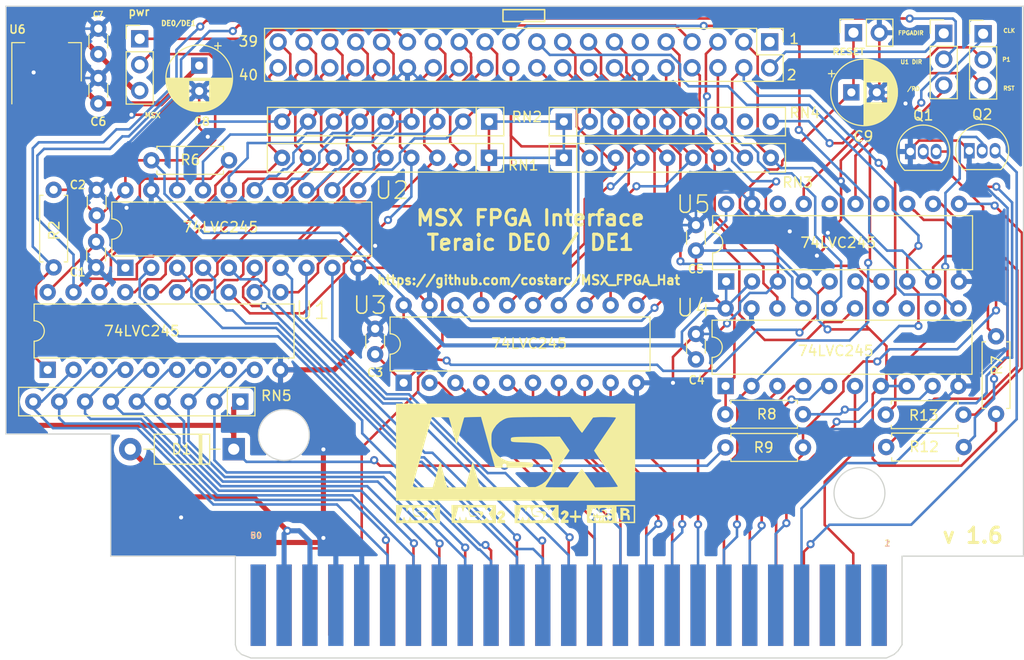
<source format=kicad_pcb>
(kicad_pcb (version 20221018) (generator pcbnew)
  (title_block (title "MSX FPGA Hat") (date "2023-12-11") (rev "1.6") (company "RCC") (comment 1 "Designed for MSX and Terasic DE0 & DE1"))
  (layers (0 "F.Cu" signal) (31 "B.Cu" signal) (34 "B.Paste" user) (35 "F.Paste" user) (36 "B.SilkS" user "B.Silkscreen") (37 "F.SilkS" user "F.Silkscreen") (38 "B.Mask" user) (39 "F.Mask" user) (44 "Edge.Cuts" user))
  (net 0 "")
  (net 1 "GNDREF")
  (net 2 "{slash}C_CS1")
  (net 4 "{slash}C_SLTSL")
  (net 5 "C_A15")
  (net 6 "{slash}C_IORQ")
  (net 7 "C_A12")
  (net 8 "{slash}C_MREQ")
  (net 9 "C_A11")
  (net 10 "C_A10")
  (net 11 "{slash}C_RD")
  (net 12 "C_A9")
  (net 13 "{slash}C_RESET")
  (net 14 "C_A8")
  (net 15 "C_CLOCK")
  (net 16 "C_D7")
  (net 17 "C_A6")
  (net 18 "C_D6")
  (net 19 "C_D5")
  (net 20 "C_D4")
  (net 21 "C_D3")
  (net 22 "C_D2")
  (net 23 "C_D1")
  (net 24 "C_D0")
  (net 25 "+12V")
  (net 26 "-12V")
  (net 27 "{slash}C_M1")
  (net 28 "unconnected-(U5-B1-Pad18)")
  (net 29 "{slash}C_CS2")
  (net 30 "{slash}C_WAIT")
  (net 35 "{slash}SLTSL")
  (net 37 "{slash}WAIT")
  (net 38 "{slash}INT")
  (net 39 "{slash}M1")
  (net 40 "{slash}BUSDIR")
  (net 41 "{slash}IORQ")
  (net 42 "{slash}MREQ")
  (net 43 "{slash}WR")
  (net 44 "{slash}RD")
  (net 45 "{slash}RESET")
  (net 46 "A9")
  (net 47 "A15")
  (net 48 "A11")
  (net 49 "A10")
  (net 50 "A7")
  (net 51 "A6")
  (net 52 "A12")
  (net 53 "A8")
  (net 54 "A14")
  (net 55 "A13")
  (net 56 "A1")
  (net 57 "A0")
  (net 58 "A3")
  (net 59 "A2")
  (net 60 "A5")
  (net 61 "A4")
  (net 62 "D1")
  (net 63 "D0")
  (net 64 "D3")
  (net 65 "D2")
  (net 66 "D5")
  (net 67 "D4")
  (net 68 "D7")
  (net 69 "D6")
  (net 70 "CLOCK")
  (net 72 "C_CLK_OR_RST")
  (net 73 "C_A7")
  (net 74 "C_A5")
  (net 75 "C_A4")
  (net 76 "C_A3")
  (net 77 "C_A2")
  (net 78 "C_A1")
  (net 79 "C_A0")
  (net 80 "C_A14")
  (net 81 "C_A13")
  (net 82 "{slash}C_WR")
  (net 84 "Net-(D1-A)")
  (net 85 "DE_5V")
  (net 86 "C_RST")
  (net 87 "unconnected-(U5-B5-Pad14)")
  (net 88 "SW1")
  (net 89 "Vdd")
  (net 90 "{slash}C_INT")
  (net 91 "{slash}C_BUSDIR")
  (net 92 "{slash}C_U1_D_OE")
  (net 93 "{slash}C_CS_SLT")
  (net 94 "MSX_3.3V")
  (net 95 "DE_3.3V")
  (net 96 "C_DATA_DIR")
  (net 97 "{slash}U1_D_DIR")
  (net 98 "Net-(Q1-B)")
  (net 99 "Net-(Q2-B)")
  (net 100 "Net-(U5-B7)")
  (net 101 "Net-(U5-B8)")
  (net 102 "Vcc")
  (footprint "Capacitor_THT:C_Disc_D3.0mm_W1.6mm_P2.50mm" (layer "F.Cu") (at 61.505859 45.328812 -90)
    (fp_text reference "C1")
    (fp_text value "0.1uf" hide)
  )
  (footprint "Capacitor_THT:C_Disc_D3.0mm_W1.6mm_P2.50mm" (layer "F.Cu") (at 61.722 26.904 90)
    (fp_text reference "C7")
    (fp_text value "0.1uf" hide)
  )
  (footprint "Package_DIP:DIP-20_W7.62mm" (layer "F.Cu") (at 91.699 59.172 90)
    (fp_text reference "U3")
    (fp_text value "74LVC245")
  )
  (footprint "Connector_PinHeader_2.54mm:PinHeader_1x03_P2.54mm_Vertical" (layer "F.Cu") (at 65.786 25.4)
    (fp_text reference "J5" hide)
    (fp_text value "Conn_01x03_Female" hide)
  )
  (footprint "Resistor_THT:R_Axial_DIN0207_L6.3mm_D2.5mm_P7.62mm_Horizontal" (layer "F.Cu") (at 149.86 62.23 90)
    (fp_text reference "R7")
    (fp_text value "4K7" hide)
  )
  (footprint "Capacitor_THT:C_Disc_D3.0mm_W1.6mm_P2.50mm" (layer "F.Cu") (at 61.562447 42.73593 90)
    (fp_text reference "C2")
    (fp_text value "0.1uf" hide)
  )
  (footprint "Capacitor_THT:CP_Radial_D6.3mm_P2.50mm" (layer "F.Cu") (at 135.653898 30.66082)
    (fp_text reference "C9")
    (fp_text value "100uF" hide)
  )
  (footprint "Connector_PinSocket_2.54mm:PinSocket_1x02_P2.54mm_Vertical" (layer "F.Cu") (at 135.861231 24.800922 90)
    (fp_text reference "SW1" hide)
    (fp_text value "SW_Push" hide)
  )
  (footprint "Connector_PinHeader_2.54mm:PinHeader_2x20_P2.54mm_Vertical" (layer "F.Cu") (at 127.632 25.706 -90)
    (fp_text reference "IDC1" hide)
    (fp_text value "DE1 GPIO" hide)
  )
  (footprint "Capacitor_THT:C_Disc_D3.0mm_W1.6mm_P2.50mm" (layer "F.Cu") (at 120.396 46.188 90)
    (fp_text reference "C5")
    (fp_text value "0.1uf" hide)
  )
  (footprint "Roni Footprints:MSX_CART_SW_Official" (layer "F.Cu") (at 101.6 50.8)
    (fp_text reference "CONN1" hide)
    (fp_text value "MSX_BUS" hide)
    (fp_line (start -48.95 13.4) (end -48.95 -28.6) (stroke (width 0.12)) (layer "Edge.Cuts"))
    (fp_line (start -48.95 13.4) (end -38.66 13.4) (stroke (width 0.12)) (layer "Edge.Cuts"))
    (fp_line (start -38.66 13.4) (end -38.66 25.388435) (stroke (width 0.12)) (layer "Edge.Cuts"))
    (fp_line (start -38.66 25.388435) (end -26.42 25.388435) (stroke (width 0.12)) (layer "Edge.Cuts"))
    (fp_line (start -26.42 34.091713) (end -26.42 25.388435) (stroke (width 0.12)) (layer "Edge.Cuts"))
    (fp_line (start -26.42 34.091713) (end -26.268836 34.609987) (stroke (width 0.12)) (layer "Edge.Cuts"))
    (fp_line (start -26.268836 34.609987) (end -25.815346 35.041883) (stroke (width 0.12)) (layer "Edge.Cuts"))
    (fp_line (start -25.815346 35.041883) (end -24.892279 35.390806) (stroke (width 0.12)) (layer "Edge.Cuts"))
    (fp_line (start -24.892279 35.390806) (end 37.500957 35.390806) (stroke (width 0.12)) (layer "Edge.Cuts"))
    (fp_line (start 37.500957 35.390806) (end 38.24498 35.044512) (stroke (width 0.12)) (layer "Edge.Cuts"))
    (fp_line (start 38.24498 35.044512) (end 38.647705 34.674006) (stroke (width 0.12)) (layer "Edge.Cuts"))
    (fp_line (start 38.647705 34.674006) (end 39.03 34.091713) (stroke (width 0.12)) (layer "Edge.Cuts"))
    (fp_line (start 39.03 25.388435) (end 39.03 34.091713) (stroke (width 0.12)) (layer "Edge.Cuts"))
    (fp_line (start 39.03 25.388435) (end 50.95 25.388435) (stroke (width 0.12)) (layer "Edge.Cuts"))
    (fp_line (start 50.95 -28.6) (end -48.95 -28.6) (stroke (width 0.12)) (layer "Edge.Cuts"))
    (fp_line (start 50.95 -28.6) (end 50.95 25.388435) (stroke (width 0.12)) (layer "Edge.Cuts"))
    (fp_circle (center -21.66 13.5) (end -19.16 13.5) (stroke (width 0.12)) (fill none) (layer "Edge.Cuts"))
    (fp_circle (center 34.85 19.2) (end 37.35 19.2) (stroke (width 0.12)) (fill none) (layer "Edge.Cuts"))
  )
  (footprint "Diode_THT:D_DO-41_SOD81_P10.16mm_Horizontal" (layer "F.Cu") (at 75.017043 65.688285 180)
    (fp_text reference "D1")
    (fp_text value "1N5817" hide)
  )
  (footprint "Resistor_THT:R_Array_SIP9" (layer "F.Cu") (at 75.661725 61.017219 180)
    (fp_text reference "RN5")
    (fp_text value "10K" hide)
  )
  (footprint "Resistor_THT:R_Array_SIP9" (layer "F.Cu") (at 107.427 33.528)
    (fp_text reference "RN4")
    (fp_text value "10K" hide)
  )
  (footprint "Package_DIP:DIP-20_W7.62mm" (layer "F.Cu") (at 123.36 49.226 90)
    (fp_text reference "U5")
    (fp_text value "74LVC245")
  )
  (footprint "Resistor_THT:R_Array_SIP9" (layer "F.Cu") (at 100.076 37.084 180)
    (fp_text reference "RN1")
    (fp_text value "10K" hide)
  )
  (footprint "Resistor_THT:R_Axial_DIN0207_L6.3mm_D2.5mm_P7.62mm_Horizontal" (layer "F.Cu") (at 123.282271 62.259902)
    (fp_text reference "R8")
    (fp_text value "4K7" hide)
  )
  (footprint "Package_TO_SOT_THT:TO-92_Inline" (layer "F.Cu") (at 141.442164 36.46764)
    (fp_text reference "Q1")
    (fp_text value "2N3904" hide)
  )
  (footprint "Capacitor_THT:C_Disc_D3.0mm_W1.6mm_P2.50mm" (layer "F.Cu") (at 88.9 56.368 90)
    (fp_text reference "C3")
    (fp_text value "0.1uf" hide)
  )
  (footprint "Package_TO_SOT_THT:TO-92_Inline" (layer "F.Cu") (at 147.229648 36.387996)
    (fp_text reference "Q2")
    (fp_text value "2N3904" hide)
  )
  (footprint "Resistor_THT:R_Array_SIP9" (layer "F.Cu") (at 100.091 33.528 180)
    (fp_text reference "RN2")
    (fp_text value "10K" hide)
  )
  (footprint "Resistor_THT:R_Axial_DIN0207_L6.3mm_D2.5mm_P7.62mm_Horizontal" (layer "F.Cu") (at 139.036065 62.296486)
    (fp_text reference "R13")
    (fp_text value "2K2" hide)
  )
  (footprint "Resistor_THT:R_Axial_DIN0207_L6.3mm_D2.5mm_P7.62mm_Horizontal" (layer "F.Cu") (at 57.335866 40.224562 -90)
    (fp_text reference "R2")
    (fp_text value "10K" hide)
  )
  (footprint "Package_TO_SOT_SMD:SOT-223-3_TabPin2" (layer "F.Cu") (at 56.642 27.686 90)
    (fp_text reference "U6")
    (fp_text value "LM1117-3.3" hide)
  )
  (footprint "Package_DIP:DIP-20_W7.62mm" (layer "F.Cu") (at 56.748709 57.897829 90)
    (fp_text reference "U1")
    (fp_text value "74LVC245")
  )
  (footprint "Resistor_THT:R_Axial_DIN0207_L6.3mm_D2.5mm_P7.62mm_Horizontal" (layer "F.Cu") (at 139.071462 65.482257)
    (fp_text reference "R12")
    (fp_text value "2K2" hide)
  )
  (footprint "LOGO" (layer "F.Cu") (at 102.643087 66.990416)
    (fp_text reference "G***" hide)
    (fp_text value "LOGO" hide)
  )
  (footprint "Capacitor_THT:CP_Radial_D6.3mm_P2.50mm" (layer "F.Cu") (at 71.628 28.027621 -90)
    (fp_text reference "C8")
    (fp_text value "10uF" hide)
  )
  (footprint "Resistor_THT:R_Axial_DIN0207_L6.3mm_D2.5mm_P7.62mm_Horizontal" (layer "F.Cu") (at 66.933441 37.333077)
    (fp_text reference "R6")
    (fp_text value "10K" hide)
  )
  (footprint "Capacitor_THT:C_Disc_D3.0mm_W1.6mm_P2.50mm" (layer "F.Cu") (at 61.722 31.75 90)
    (fp_text reference "C6")
    (fp_text value "0.1uf" hide)
  )
  (footprint "Package_DIP:DIP-20_W7.62mm" (layer "F.Cu") (at 64.380328 47.8854 90)
    (fp_text reference "U2")
    (fp_text value "74LVC245")
  )
  (footprint "Capacitor_THT:C_Disc_D3.0mm_W1.6mm_P2.50mm" (layer "F.Cu") (at 120.396 56.876 90)
    (fp_text reference "C4")
    (fp_text value "0.1uf" hide)
  )
  (footprint "Connector_PinHeader_2.54mm:PinHeader_1x03_P2.54mm_Vertical" (layer "F.Cu") (at 148.59 24.907)
    (fp_text reference "J2" hide)
    (fp_text value "J2" hide)
  )
  (footprint "Connector_PinHeader_2.54mm:PinHeader_1x03_P2.54mm_Vertical" (layer "F.Cu") (at 144.722923 24.867281)
    (fp_text reference "J1" hide)
    (fp_text value "J1" hide)
  )
  (footprint "Resistor_THT:R_Axial_DIN0207_L6.3mm_D2.5mm_P7.62mm_Horizontal" (layer "F.Cu") (at 123.28824 65.520726)
    (fp_text reference "R9")
    (fp_text value "10K" hide)
  )
  (footprint "Resistor_THT:R_Array_SIP9" (layer "F.Cu") (at 107.427 37.084)
    (fp_text reference "RN3")
    (fp_text value "10K" hide)
  )
  (footprint "Package_DIP:DIP-20_W7.62mm" (layer "F.Cu") (at 123.308514 59.488874 90)
    (fp_text reference "U4")
    (fp_text value "74LVC245")
  )
  (gr_rect (start 101.452 22.536) (end 105.542 23.706) (stroke (width 0.15)) (fill none) (layer "F.SilkS"))
  (gr_text "1" (at 139.192 74.93) (layer "B.SilkS") (effects (font (size 0.6 0.6) (thickness 0.11)) (justify mirror)))
  (gr_text "49" (at 77.216 74.168) (layer "B.SilkS") (effects (font (size 0.6 0.6) (thickness 0.11)) (justify mirror)))
  (gr_text "DE0/DE1" (at 69.596 23.876) (layer "F.SilkS") (effects (font (size 0.5 0.5) (thickness 0.125))))
  (gr_text "RST" (at 151.123485 30.264357) (layer "F.SilkS") (effects (font (size 0.4 0.4) (thickness 0.1))))
  (gr_text "CLK" (at 151.150459 24.599743) (layer "F.SilkS") (effects (font (size 0.4 0.4) (thickness 0.1))))
  (gr_text "https://github.com/costarc/MSX_FPGA_Hat" (at 103.967095 49.095383) (layer "F.SilkS") (effects (font (size 0.9 0.9) (thickness 0.2))))
  (gr_text "/RD" (at 141.754922 30.308615) (layer "F.SilkS") (effects (font (size 0.4 0.4) (thickness 0.1))))
  (gr_text "MSX FPGA Interface\nTeraic DE0 / DE1" (at 104.14 44.196) (layer "F.SilkS") (effects (font (size 1.5 1.5) (thickness 0.3) bold)))
  (gr_text "pwr" (at 64.587931 23.215145) (layer "F.SilkS") (effects (font (size 0.8 0.8)) (justify left bottom)))
  (gr_text "MSX" (at 67.056 32.914384) (layer "F.SilkS") (effects (font (size 0.5 0.5) (thickness 0.125))))
  (gr_text "1" (at 130.048 25.4) (layer "F.SilkS") (effects (font (size 1 1))))
  (gr_text "RESET" (at 135.382 26.67) (layer "F.SilkS") (effects (font (size 0.6 0.7))))
  (gr_text "39" (at 76.454 25.654) (layer "F.SilkS") (effects (font (size 1 1))))
  (gr_text "2" (at 129.794 28.956) (layer "F.SilkS") (effects (font (size 1 1))))
  (gr_text "FPGADIR" (at 141.493641 24.829025) (layer "F.SilkS") (effects (font (size 0.4 0.4) (thickness 0.1))))
  (gr_text "P1" (at 150.876 27.432) (layer "F.SilkS") (effects (font (size 0.4 0.4) (thickness 0.1))))
  (gr_text "50" (at 77.216 74.168) (layer "F.SilkS") (effects (font (size 0.6 0.6) (thickness 0.11))))
  (gr_text "v 1.6" (at 147.574 74.168) (layer "F.SilkS") (effects (font (size 1.5 1.5) (thickness 0.3))))
  (gr_text "2" (at 139.192 74.93) (layer "F.SilkS") (effects (font (size 0.6 0.6) (thickness 0.11))))
  (gr_text "U1 DIR" (at 141.540462 27.673794) (layer "F.SilkS") (effects (font (size 0.4 0.4) (thickness 0.1))))
  (gr_text "40" (at 76.454 28.956) (layer "F.SilkS") (effects (font (size 1 1))))
  (segment (start 134.645 39.395) (end 134.62 39.37) (width 0.25) (layer "F.Cu") (net 1))
  (segment (start 138.401231 30.413487) (end 138.153898 30.66082) (width 0.25) (layer "F.Cu") (net 1))
  (segment (start 84.870171 57.897829) (end 88.9 53.868) (width 0.5) (layer "F.Cu") (net 1))
  (segment (start 141.442164 36.24264) (end 142.292164 35.39264) (width 0.25) (layer "F.Cu") (net 1))
  (segment (start 72.469846 35.017044) (end 72.389999 34.889289) (width 0.25) (layer "F.Cu") (net 1))
  (segment (start 71.628 30.527621) (end 71.628 34.12729) (width 0.25) (layer "F.Cu") (net 1))
  (segment (start 64.518284 44.626849) (end 64.494686 41.992218) (width 0.25) (layer "F.Cu") (net 1))
  (segment (start 61.505859 47.639274) (end 64.518284 44.626849) (width 0.25) (layer "F.Cu") (net 1))
  (segment (start 137.684405 34.29) (end 138.43 34.29) (width 0.25) (layer "F.Cu") (net 1))
  (segment (start 118.1 59.172) (end 118.096855 59.175145) (width 0.25) (layer "F.Cu") (net 1))
  (segment (start 64.973767 32.855938) (end 67.681971 32.855938) (width 0.25) (layer "F.Cu") (net 1))
  (segment (start 83.82 65.709623) (end 83.82 64.221722) (width 0.5) (layer "F.Cu") (net 1))
  (segment (start 120.396 54.376) (end 118.141464 56.630536) (width 0.25) (layer "F.Cu") (net 1))
  (segment (start 83.372841 74.849085) (end 75.232273 74.849085) (width 0.5) (layer "F.Cu") (net 1))
  (segment (start 72.773188 72.39) (end 69.85 72.39) (width 0.5) (layer "F.Cu") (net 1))
  (segment (start 83.82 64.221722) (end 79.608709 60.010431) (width 0.5) (layer "F.Cu") (net 1))
  (segment (start 132.271631 46.663962) (end 132.271631 46.692352) (width 0.25) (layer "F.Cu") (net 1))
  (segment (start 118.141464 56.630536) (end 118.141464 59.175145) (width 0.25) (layer "F.Cu") (net 1))
  (segment (start 132.300021 46.692352) (end 132.250339 46.64267) (width 0.25) (layer "F.Cu") (net 1))
  (segment (start 79.608709 57.897829) (end 84.870171 57.897829) (width 0.5) (layer "F.Cu") (net 1))
  (segment (start 67.681971 32.855938) (end 70.010288 30.527621) (width 0.25) (layer "F.Cu") (net 1))
  (segment (start 114.559 59.172) (end 118.1 59.172) (width 0.25) (layer "F.Cu") (net 1))
  (segment (start 131.964643 46.663962) (end 132.271631 46.663962) (width 0.25) (layer "F.Cu") (net 1))
  (segment (start 134.62 37.354405) (end 137.684405 34.29) (width 0.25) (layer "F.Cu") (net 1))
  (segment (start 138.43 34.29) (end 140.97 31.75) (width 0.25) (layer "F.Cu") (net 1))
  (segment (start 134.645 43.155) (end 134.645 39.395) (width 0.25) (layer "F.Cu") (net 1))
  (segment (start 132.271631 46.692352) (end 132.952988 46.010995) (width 0.25) (layer "F.Cu") (net 1))
  (segment (start 88.9 46.225728) (end 88.9 45.72) (width 0.25) (layer "F.Cu") (net 1))
  (segment (start 90.5724 47.8854) (end 94.239 51.552) (width 0.25) (layer "F.Cu") (net 1))
  (segment (start 138.401231 24.800922) (end 138.401231 30.413487) (width 0.25) (layer "F.Cu") (net 1))
  (segment (start 133.126707 44.45) (end 133.35 44.45) (width 0.25) (layer "F.Cu") (net 1))
  (segment (start 64.494686 41.992218) (end 64.518284 41.992218) (width 0.25) (layer "F.Cu") (net 1))
  (segment (start 54.342 29.732) (end 54.342 30.836) (width 0.25) (layer "F.Cu") (net 1))
  (segment (start 133.35 44.45) (end 134.645 43.155) (width 0.25) (layer "F.Cu") (net 1))
  (segment (start 120.396 43.708) (end 120.396 43.952) (width 0.25) (layer "F.Cu") (net 1))
  (segment (start 83.82 74.401926) (end 83.82 65.709623) (width 0.5) (layer "F.Cu") (net 1))
  (segment (start 61.505859 47.828812) (end 61.505859 47.639274) (width 0.25) (layer "F.Cu") (net 1))
  (segment (start 129.607196 44.306515) (end 131.964643 46.663962) (width 0.25) (layer "F.Cu") (net 1))
  (segment (start 132.952988 46.010995) (end 132.952988 44.847012) (width 0.25) (layer "F.Cu") (net 1))
  (segment (start 134.62 39.37) (end 134.62 37.354405) (width 0.25) (layer "F.Cu") (net 1))
  (segment (start 71.628 34.12729) (end 72.469846 35.017044) (width 0.25) (layer "F.Cu") (net 1))
  (segment (start 132.271631 46.692352) (end 132.300021 46.692352) (width 0.25) (layer "F.Cu") (net 1))
  (segment (start 141.442164 36.46764) (end 141.442164 36.24264) (width 0.25) (layer "F.Cu") (net 1))
  (segment (start 142.292164 35.39264) (end 146.234292 35.39264) (width 0.25) (layer "F.Cu") (net 1))
  (segment (start 87.240328 47.8854) (end 90.5724 47.8854) (width 0.25) (layer "F.Cu") (net 1))
  (segment (start 118.096855 59.175145) (end 118.141464 59.175145) (width 0.25) (layer "F.Cu") (net 1))
  (segment (start 64.973767 32.855938) (end 65.071763 32.855938) (width 0.25) (layer "F.Cu") (net 1))
  (segment (start 132.952988 44.847012) (end 133.35 44.45) (width 0.25) (layer "F.Cu") (net 1))
  (segment (start 75.232273 74.849085) (end 72.773188 72.39) (width 0.5) (layer "F.Cu") (net 1))
  (segment (start 70.010288 30.527621) (end 71.628 30.527621) (width 0.25) (layer "F.Cu") (net 1))
  (segment (start 55.372 28.702) (end 54.342 29.732) (width 0.25) (layer "F.Cu") (net 1))
  (segment (start 146.234292 35.39264) (end 147.229648 36.387996) (width 0.25) (layer "F.Cu") (net 1))
  (segment (start 83.82 74.401926) (end 83.372841 74.849085) (width 0.5) (layer "F.Cu") (net 1))
  (segment (start 79.608709 60.010431) (end 79.608709 57.897829) (width 0.5) (layer "F.Cu") (net 1))
  (segment (start 87.240328 47.8854) (end 88.9 46.225728) (width 0.25) (layer "F.Cu") (net 1))
  (via (at 140.97 31.75) (size 0.8) (drill 0.4) (layers "F.Cu" "B.Cu") (net 1))
  (via (at 88.9 45.72) (size 0.8) (drill 0.4) (layers "F.Cu" "B.Cu") (net 1))
  (via (at 83.82 65.709623) (size 0.8) (drill 0.4) (layers "F.Cu" "B.Cu") (net 1))
  (via (at 129.607196 44.306515) (size 0.8) (drill 0.4) (layers "F.Cu" "B.Cu") (net 1))
  (via (at 134.62 39.37) (size 0.8) (drill 0.4) (layers "F.Cu" "B.Cu") (net 1))
  (via (at 69.85 72.39) (size 0.8) (drill 0.4) (layers "F.Cu" "B.Cu") (net 1))
  (via (at 132.271631 46.692352) (size 0.8) (drill 0.4) (layers "F.Cu" "B.Cu") (net 1))
  (via (at 72.469846 35.017044) (size 0.8) (drill 0.4) (layers "F.Cu" "B.Cu") (net 1))
  (via (at 64.494686 41.992218) (size 0.8) (drill 0.4) (layers "F.Cu" "B.Cu") (net 1))
  (via (at 55.372 28.702) (size 0.8) (drill 0.4) (layers "F.Cu" "B.Cu") (net 1))
  (via (at 133.35 44.45) (size 0.8) (drill 0.4) (layers "F.Cu" "B.Cu") (net 1))
  (via (at 83.82 74.401926) (size 0.8) (drill 0.4) (layers "F.Cu" "B.Cu") (net 1))
  (via (at 118.141464 59.175145) (size 0.8) (drill 0.4) (layers "F.Cu" "B.Cu") (net 1))
  (via (at 64.973767 32.855938) (size 0.8) (drill 0.4) (layers "F.Cu" "B.Cu") (net 1))
  (segment (start 125.9 41.606) (end 124.775 40.481) (width 0.25) (layer "B.Cu") (net 1))
  (segment (start 149.383725 40.458328) (end 149.972364 41.046967) (width 0.25) (layer "B.Cu") (net 1))
  (segment (start 149.383725 40.444679) (end 149.383725 40.458328) (width 0.25) (layer "B.Cu") (net 1))
  (segment (start 120.396 54.376) (end 124.472758 54.376) (width 0.25) (layer "B.Cu") (net 1))
  (segment (start 122.079 40.481) (end 120.396 42.164) (width 0.25) (layer "B.Cu") (net 1))
  (segment (start 69.802379 30.527621) (end 64.77 35.56) (width 0.25) (layer "B.Cu") (net 1))
  (segment (start 148.606991 49.226) (end 150.985 51.604009) (width 0.25) (layer "B.Cu") (net 1))
  (segment (start 62.687447 37.535259) (end 62.687447 39.11093) (width 0.25) (layer "B.Cu") (net 1))
  (segment (start 150.985 55.803758) (end 147.299884 59.488874) (width 0.25) (layer "B.Cu") (net 1))
  (segment (start 114.554 42.418) (end 115.824 43.688) (width 0.25) (layer "B.Cu") (net 1))
  (segment (start 89.790379 30.527621) (end 71.628 30.527621) (width 0.25) (layer "B.Cu") (net 1))
  (segment (start 64.662706 35.56) (end 62.687447 37.535259) (width 0.25) (layer "B.Cu") (net 1))
  (segment (start 124.472758 54.376) (end 125.848514 53.000244) (width 0.25) (layer "B.Cu") (net 1))
  (segment (start 87.152849 75.601198) (end 85.019272 75.601198) (width 0.5) (layer "B.Cu") (net 1))
  (segment (start 122.683319 63.717) (end 118.141464 59.175145) (width 0.25) (layer "B.Cu") (net 1))
  (segment (start 93.708443 29.882443) (end 92.072 28.246) (width 0.25) (layer "B.Cu") (net 1))
  (segment (start 92.072 28.246) (end 89.790379 30.527621) (width 0.25) (layer "B.Cu") (net 1))
  (segment (start 113.295557 29.882443) (end 111.162443 29.882443) (width 0.25) (layer "B.Cu") (net 1))
  (segment (start 64.77 35.56) (end 64.662706 35.56) (width 0.25) (layer "B.Cu") (net 1))
  (segment (start 111.162443 29.882443) (end 93.708443 29.882443) (width 0.25) (layer "B.Cu") (net 1))
  (segment (start 129.607196 44.306515) (end 128.600515 44.306515) (width 0.25) (layer "B.Cu") (net 1))
  (segment (start 66.920328 40.2654) (end 66.920328 41.39816) (width 0.25) (layer "B.Cu") (net 1))
  (segment (start 146.22 49.226) (end 148.606991 49.226) (width 0.25) (layer "B.Cu") (net 1))
  (segment (start 55.372 28.702) (end 55.626 28.702) (width 0.25) (layer "B.Cu") (net 1))
  (segment (start 111.162443 41.312443) (end 111.162443 29.882443) (width 0.25) (layer "B.Cu") (net 1))
  (segment (start 141.940388 63.717) (end 122.683319 63.717) (width 0.25) (layer "B.Cu") (net 1))
  (segment (start 150.985 42.009695) (end 150.985 51.604009) (width 0.25) (layer "B.Cu") (net 1))
  (segment (start 149.972364 41.046967) (end 150.022272 41.046967) (width 0.25) (layer "B.Cu") (net 1))
  (segment (start 138.153898 30.66082) (end 139.88082 30.66082) (width 0.25) (layer "B.Cu") (net 1))
  (segment (start 55.372 28.702) (end 59.69 28.702) (width 0.25) (layer "B.Cu") (net 1))
  (segment (start 114.554 42.418) (end 112.268 42.418) (width 0.25) (layer "B.Cu") (net 1))
  (segment (start 84.68374 45.328812) (end 71.98374 45.328812) (width 0.25) (layer "B.Cu") (net 1))
  (segment (start 120.396 42.164) (end 120.396 43.688) (width 0.25) (layer "B.Cu") (net 1))
  (segment (start 66.380582 41.937906) (end 63.264423 41.937906) (width 0.25) (layer "B.Cu") (net 1))
  (segment (start 147.229648 36.387996) (end 147.229648 38.290602) (width 0.25) (layer "B.Cu") (net 1))
  (segment (start 83.82 74.401926) (end 85.042025 75.623951) (width 0.5) (layer "B.Cu") (net 1))
  (segment (start 66.920328 41.39816) (end 66.380582 41.937906) (width 0.25) (layer "B.Cu") (net 1))
  (segment (start 71.628 30.527621) (end 69.802379 30.527621) (width 0.25) (layer "B.Cu") (net 1))
  (segment (start 59.924 24.404) (end 61.722 24.404) (width 0.25) (layer "B.Cu") (net 1))
  (segment (start 147.299884 59.488874) (end 146.168514 59.488874) (width 0.25) (layer "B.Cu") (net 1))
  (segment (start 147.229648 38.290602) (end 149.383725 40.444679) (width 0.25) (layer "B.Cu") (net 1))
  (segment (start 61.722 29.604171) (end 61.722 29.25) (width 0.25) (layer "B.Cu") (net 1))
  (segment (start 150.022272 41.046967) (end 150.985 42.009695) (width 0.25) (layer "B.Cu") (net 1))
  (segment (start 112.268 42.418) (end 111.162443 41.312443) (width 0.25) (layer "B.Cu") (net 1))
  (segment (start 87.582025 76.030374) (end 87.152849 75.601198) (width 0.5) (layer "B.Cu") (net 1))
  (segment (start 128.600515 44.306515) (end 125.9 41.606) (width 0.25) (layer "B.Cu") (net 1))
  (segment (start 55.626 28.702) (end 59.924 24.404) (width 0.25) (layer "B.Cu") (net 1))
  (segment (start 62.687447 39.11093) (end 61.562447 40.23593) (width 0.25) (layer "B.Cu") (net 1))
  (segment (start 125.848514 53.000244) (end 125.848514 51.868874) (width 0.25) (layer "B.Cu") (net 1))
  (segment (start 87.582025 81.007202) (end 87.582025 76.030374) (width 0.5) (layer "B.Cu") (net 1))
  (segment (start 71.98374 45.328812) (end 66.920328 40.2654) (width 0.25) (layer "B.Cu") (net 1))
  (segment (start 150.985 51.604009) (end 150.985 55.803758) (width 0.25) (layer "B.Cu") (net 1))
  (segment (start 85.042025 75.623951) (end 85.042025 81.007202) (width 0.5) (layer "B.Cu") (net 1))
  (segment (start 124.775 40.481) (end 122.079 40.481) (width 0.25) (layer "B.Cu") (net 1))
  (segment (start 138.401231 30.413487) (end 138.153898 30.66082) (width 0.25) (layer "B.Cu") (net 1))
  (segment (start 85.019272 75.601198) (end 83.82 74.401926) (width 0.5) (layer "B.Cu") (net 1))
  (segment (start 87.240328 47.8854) (end 84.68374 45.328812) (width 0.25) (layer "B.Cu") (net 1))
  (segment (start 64.973767 32.855938) (end 61.722 29.604171) (width 0.25) (layer "B.Cu") (net 1))
  (segment (start 59.69 28.702) (end 60.238 29.25) (width 0.25) (layer "B.Cu") (net 1))
  (segment (start 141.442164 32.222164) (end 141.442164 36.46764) (width 0.25) (layer "B.Cu") (net 1))
  (segment (start 139.88082 30.66082) (end 141.442164 32.222164) (width 0.25) (layer "B.Cu") (net 1))
  (segment (start 146.168514 59.488874) (end 141.940388 63.717) (width 0.25) (layer "B.Cu") (net 1))
  (segment (start 63.264423 41.937906) (end 61.562447 40.23593) (width 0.25) (layer "B.Cu") (net 1))
  (segment (start 60.238 29.25) (end 61.722 29.25) (width 0.25) (layer "B.Cu") (net 1))
  (segment (start 88.432 53.868) (end 88.9 53.868) (width 0.25) (layer "B.Cu") (net 1))
  (segment (start 125.9 41.606) (end 127.982 43.688) (width 0.25) (layer "B.Cu") (net 1))
  (segment (start 114.932 28.246) (end 113.295557 29.882443) (width 0.25) (layer "B.Cu") (net 1))
  (segment (start 115.824 43.688) (end 120.396 43.688) (width 0.25) (layer "B.Cu") (net 1))
  (segment (start 125.092 28.246) (end 123.952 29.386) (width 0.25) (layer "F.Cu") (net 4))
  (segment (start 139.954 50.463388) (end 138.548514 51.868874) (width 0.25) (layer "F.Cu") (net 4))
  (segment (start 123.952 29.386) (end 123.952 35.829) (width 0.25) (layer "F.Cu") (net 4))
  (segment (start 139.954 39.212615) (end 139.954 50.463388) (width 0.25) (layer "F.Cu") (net 4))
  (segment (start 123.952 35.829) (end 125.207 37.084) (width 0.25) (layer "F.Cu") (net 4))
  (segment (start 138.324308 37.582923) (end 139.954 39.212615) (width 0.25) (layer "F.Cu") (net 4))
  (via (at 138.324308 37.582923) (size 0.8) (drill 0.4) (layers "F.Cu" "B.Cu") (net 4))
  (segment (start 138.324308 37.582923) (end 135.600926 34.859541) (width 0.25) (layer "B.Cu") (net 4))
  (segment (start 125.092 29.588) (end 125.092 28.246) (width 0.25) (layer "B.Cu") (net 4))
  (segment (start 126.492 30.988) (end 125.092 29.588) (width 0.25) (layer "B.Cu") (net 4))
  (segment (start 131.572 30.988) (end 126.492 30.988) (width 0.25) (layer "B.Cu") (net 4))
  (segment (start 135.443541 34.859541) (end 131.572 30.988) (width 0.25) (layer "B.Cu") (net 4))
  (segment (start 135.600926 34.859541) (end 135.443541 34.859541) (width 0.25) (layer "B.Cu") (net 4))
  (segment (start 112.019 51.552) (end 112.019 42.413) (width 0.25) (layer "F.Cu") (net 5))
  (segment (start 117.472 31.62) (end 118.872 33.02) (width 0.25) (layer "F.Cu") (net 5))
  (segment (start 117.472 28.246) (end 117.472 31.62) (width 0.25) (layer "F.Cu") (net 5))
  (segment (start 114.046 40.386) (end 114.554 39.878) (width 0.25) (layer "F.Cu") (net 5))
  (segment (start 118.872 33.02) (end 118.872 35.829) (width 0.25) (layer "F.Cu") (net 5))
  (segment (start 112.019 42.413) (end 114.046 40.386) (width 0.25) (layer "F.Cu") (net 5))
  (segment (start 118.872 35.829) (end 120.127 37.084) (width 0.25) (layer "F.Cu") (net 5))
  (via (at 114.554 39.878) (size 0.8) (drill 0.4) (layers "F.Cu" "B.Cu") (net 5))
  (segment (start 117.333 39.878) (end 120.127 37.084) (width 0.25) (layer "B.Cu") (net 5))
  (segment (start 114.554 39.878) (end 117.333 39.878) (width 0.25) (layer "B.Cu") (net 5))
  (segment (start 127.144941 54.962839) (end 131.25744 54.962839) (width 0.25) (layer "F.Cu") (net 6))
  (segment (start 117.472 25.706) (end 118.771469 27.005469) (width 0.25) (layer "F.Cu") (net 6))
  (segment (start 133.017134 53.203145) (end 134.674243 53.203145) (width 0.25) (layer "F.Cu") (net 6))
  (segment (start 131.25744 54.962839) (end 133.017134 53.203145) (width 0.25) (layer "F.Cu") (net 6))
  (segment (start 121.412 42.475398) (end 123.19 44.253398) (width 0.25) (layer "F.Cu") (net 6))
  (segment (start 124.65523 52.473128) (end 127.144941 54.962839) (width 0.25) (layer "F.Cu") (net 6))
  (segment (start 118.771469 32.172469) (end 120.127 33.528) (width 0.25) (layer "F.Cu") (net 6))
  (segment (start 134.674243 53.203145) (end 136.008514 51.868874) (width 0.25) (layer "F.Cu") (net 6))
  (segment (start 121.412 36.778009) (end 121.412 42.475398) (width 0.25) (layer "F.Cu") (net 6))
  (segment (start 120.127 35.493009) (end 121.412 36.778009) (width 0.25) (layer "F.Cu") (net 6))
  (segment (start 123.19 44.253398) (end 123.19 45.974) (width 0.25) (layer "F.Cu") (net 6))
  (segment (start 124.65523 47.43923) (end 124.65523 52.473128) (width 0.25) (layer "F.Cu") (net 6))
  (segment (start 123.19 45.974) (end 124.65523 47.43923) (width 0.25) (layer "F.Cu") (net 6))
  (segment (start 120.127 33.528) (end 120.127 35.493009) (width 0.25) (layer "F.Cu") (net 6))
  (segment (start 118.771469 27.005469) (end 118.771469 32.172469) (width 0.25) (layer "F.Cu") (net 6))
  (segment (start 108.842 35.959) (end 109.967 37.084) (width 0.25) (layer "F.Cu") (net 7))
  (segment (start 102.232 34.922) (end 103.269 35.959) (width 0.25) (layer "F.Cu") (net 7))
  (segment (start 102.232 28.246) (end 102.232 34.922) (width 0.25) (layer "F.Cu") (net 7))
  (segment (start 102.232 47.12) (end 102.232 28.246) (width 0.25) (layer "F.Cu") (net 7))
  (segment (start 99.319 50.033) (end 102.232 47.12) (width 0.25) (layer "F.Cu") (net 7))
  (segment (start 103.269 35.959) (end 108.842 35.959) (width 0.25) (layer "F.Cu") (net 7))
  (segment (start 99.319 51.552) (end 99.319 50.033) (width 0.25) (layer "F.Cu") (net 7))
  (segment (start 122.552 28.246) (end 122.552 33.413) (width 0.25) (layer "F.Cu") (net 8))
  (segment (start 122.552 33.413) (end 122.667 33.528) (width 0.25) (layer "F.Cu") (net 8))
  (segment (start 127.680009 38.608) (end 126.492 37.419991) (width 0.25) (layer "B.Cu") (net 8))
  (segment (start 124.953 35.814) (end 122.667 33.528) (width 0.25) (layer "B.Cu") (net 8))
  (segment (start 125.73 35.814) (end 124.953 35.814) (width 0.25) (layer "B.Cu") (net 8))
  (segment (start 132.105 44.729) (end 132.105 40.919) (width 0.25) (layer "B.Cu") (net 8))
  (segment (start 133.468514 51.868874) (end 134.645 50.692388) (width 0.25) (layer "B.Cu") (net 8))
  (segment (start 134.645 47.269) (end 132.105 44.729) (width 0.25) (layer "B.Cu") (net 8))
  (segment (start 126.492 37.419991) (end 126.492 36.576) (width 0.25) (layer "B.Cu") (net 8))
  (segment (start 134.645 50.692388) (end 134.645 47.269) (width 0.25) (layer "B.Cu") (net 8))
  (segment (start 129.794 38.608) (end 127.680009 38.608) (width 0.25) (layer "B.Cu") (net 8))
  (segment (start 132.105 40.919) (end 129.794 38.608) (width 0.25) (layer "B.Cu") (net 8))
  (segment (start 126.492 36.576) (end 125.73 35.814) (width 0.25) (layer "B.Cu") (net 8))
  (segment (start 112.507 32.804604) (end 112.507 33.528) (width 0.25) (layer "F.Cu") (net 9))
  (segment (start 110.998 42.418) (end 113.792 39.624) (width 0.25) (layer "F.Cu") (net 9))
  (segment (start 108.558198 26.952198) (end 108.558198 28.855802) (width 0.25) (layer "F.Cu") (net 9))
  (segment (start 113.792 36.576) (end 112.507 35.291) (width 0.25) (layer "F.Cu") (net 9))
  (segment (start 110.998 50.033) (end 110.998 42.418) (width 0.25) (layer "F.Cu") (net 9))
  (segment (start 109.479 51.552) (end 110.998 50.033) (width 0.25) (layer "F.Cu") (net 9))
  (segment (start 107.312 25.706) (end 108.558198 26.952198) (width 0.25) (layer "F.Cu") (net 9))
  (segment (start 108.558198 28.855802) (end 112.507 32.804604) (width 0.25) (layer "F.Cu") (net 9))
  (segment (start 112.507 35.291) (end 112.507 33.528) (width 0.25) (layer "F.Cu") (net 9))
  (segment (start 113.792 39.624) (end 113.792 36.576) (width 0.25) (layer "F.Cu") (net 9))
  (segment (start 107.312 28.246) (end 109.967 30.901) (width 0.25) (layer "F.Cu") (net 10))
  (segment (start 109.967 30.901) (end 109.967 33.528) (width 0.25) (layer "F.Cu") (net 10))
  (segment (start 109.967 33.528) (end 108.842 34.653) (width 0.25) (layer "B.Cu") (net 10))
  (segment (start 106.939 51.303) (end 106.939 51.552) (width 0.25) (layer "B.Cu") (net 10))
  (segment (start 108.842 49.4) (end 106.939 51.303) (width 0.25) (layer "B.Cu") (net 10))
  (segment (start 108.842 34.653) (end 108.842 49.4) (width 0.25) (layer "B.Cu") (net 10))
  (segment (start 122.667 37.069) (end 122.667 37.084) (width 0.25) (layer "F.Cu") (net 11))
  (segment (start 128.388514 50.765505) (end 127.025 49.401991) (width 0.25) (layer "F.Cu") (net 11))
  (segment (start 127.025 47.777) (end 124.485 45.237) (width 0.25) (layer "F.Cu") (net 11))
  (segment (start 127.025 49.401991) (end 127.025 47.777) (width 0.25) (layer "F.Cu") (net 11))
  (segment (start 128.388514 51.868874) (end 128.388514 50.765505) (width 0.25) (layer "F.Cu") (net 11))
  (segment (start 120.753071 32.498144) (end 121.372284 33.117357) (width 0.25) (layer "F.Cu") (net 11))
  (segment (start 121.372284 35.774284) (end 122.667 37.069) (width 0.25) (layer "F.Cu") (net 11))
  (segment (start 120.012 28.246) (end 120.773373 29.007373) (width 0.25) (layer "F.Cu") (net 11))
  (segment (start 120.773373 30.728772) (end 120.753071 30.749074) (width 0.25) (layer "F.Cu") (net 11))
  (segment (start 120.773373 29.007373) (end 120.773373 30.728772) (width 0.25) (layer "F.Cu") (net 11))
  (segment (start 124.485 44.912002) (end 122.235 42.662002) (width 0.25) (layer "F.Cu") (net 11))
  (segment (start 121.372284 33.117357) (end 121.372284 35.774284) (width 0.25) (layer "F.Cu") (net 11))
  (segment (start 124.485 45.237) (end 124.485 44.912002) (width 0.25) (layer "F.Cu") (net 11))
  (segment (start 122.235 42.662002) (end 122.235 37.516) (width 0.25) (layer "F.Cu") (net 11))
  (segment (start 122.235 37.516) (end 122.667 37.084) (width 0.25) (layer "F.Cu") (net 11))
  (segment (start 120.753071 30.749074) (end 120.753071 32.498144) (width 0.25) (layer "F.Cu") (net 11))
  (segment (start 115.047 33.528) (end 115.047 32.804604) (width 0.25) (layer "F.Cu") (net 12))
  (segment (start 111.079115 26.933115) (end 109.852 25.706) (width 0.25) (layer "F.Cu") (net 12))
  (segment (start 111.079115 28.836719) (end 111.079115 26.933115) (width 0.25) (layer "F.Cu") (net 12))
  (segment (start 115.047 35.291) (end 116.332 36.576) (width 0.25) (layer "F.Cu") (net 12))
  (segment (start 115.047 32.804604) (end 111.079115 28.836719) (width 0.25) (layer "F.Cu") (net 12))
  (segment (start 116.332 49.779) (end 114.559 51.552) (width 0.25) (layer "F.Cu") (net 12))
  (segment (start 115.047 33.528) (end 115.047 35.291) (width 0.25) (layer "F.Cu") (net 12))
  (segment (start 116.332 36.576) (end 116.332 49.779) (width 0.25) (layer "F.Cu") (net 12))
  (segment (start 130.98 40.103562) (end 142.311281 28.772281) (width 0.25) (layer "F.Cu") (net 13))
  (segment (start 147.375281 28.772281) (end 148.59 29.987) (width 0.25) (layer "F.Cu") (net 13))
  (segment (start 130.98 41.606) (end 130.98 40.103562) (width 0.25) (layer "F.Cu") (net 13))
  (segment (start 142.311281 28.772281) (end 147.375281 28.772281) (width 0.25) (layer "F.Cu") (net 13))
  (segment (start 116.332 32.186) (end 116.332 35.829) (width 0.25) (layer "F.Cu") (net 14))
  (segment (start 116.332 35.829) (end 117.587 37.084) (width 0.25) (layer "F.Cu") (net 14))
  (segment (start 112.392 28.246) (end 116.332 32.186) (width 0.25) (layer "F.Cu") (net 14))
  (segment (start 117.587 50.561) (end 117.587 37.084) (width 0.25) (layer "F.Cu") (net 14))
  (segment (start 116.332 51.816) (end 117.587 50.561) (width 0.25) (layer "F.Cu") (net 14))
  (via (at 116.332 51.816) (size 0.8) (drill 0.4) (layers "F.Cu" "B.Cu") (net 14))
  (segment (start 115.062 53.086) (end 116.332 51.816) (width 0.25) (layer "B.Cu") (net 14))
  (segment (start 98.313 53.086) (end 115.062 53.086) (width 0.25) (layer "B.Cu") (net 14))
  (segment (start 96.779 51.552) (end 98.313 53.086) (width 0.25) (layer "B.Cu") (net 14))
  (segment (start 137.544412 35.397054) (end 136.06 36.881466) (width 0.25) (layer "F.Cu") (net 15))
  (segment (start 138.790853 35.397054) (end 137.544412 35.397054) (width 0.25) (layer "F.Cu") (net 15))
  (segment (start 142.518577 31.66933) (end 138.790853 35.397054) (width 0.25) (layer "F.Cu") (net 15))
  (segment (start 136.06 36.881466) (end 136.06 41.606) (width 0.25) (layer "F.Cu") (net 15))
  (via (at 142.518577 31.66933) (size 0.8) (drill 0.4) (layers "F.Cu" "B.Cu") (net 15))
  (segment (start 145.217719 28.772281) (end 148.59 25.4) (width 0.25) (layer "B.Cu") (net 15))
  (segment (start 148.59 25.4) (end 148.59 24.907) (width 0.25) (layer "B.Cu") (net 15))
  (segment (start 144.236222 28.772281) (end 145.217719 28.772281) (width 0.25) (layer "B.Cu") (net 15))
  (segment (start 142.518577 31.66933) (end 142.518577 30.489926) (width 0.25) (layer "B.Cu") (net 15))
  (segment (start 142.518577 30.489926) (end 144.236222 28.772281) (width 0.25) (layer "B.Cu") (net 15))
  (segment (start 79.372 28.246) (end 78.522 29.096) (width 0.25) (layer "F.Cu") (net 16))
  (segment (start 73.216719 40.64) (end 67.096319 46.7604) (width 0.25) (layer "F.Cu") (net 16))
  (segment (start 63.096138 49.0104) (end 61.828709 50.277829) (width 0.25) (layer "F.Cu") (net 16))
  (segment (start 66.2696 46.7604) (end 65.505328 47.524672) (width 0.25) (layer "F.Cu") (net 16))
  (segment (start 73.216719 39.813281) (end 73.216719 40.64) (width 0.25) (layer "F.Cu") (net 16))
  (segment (start 65.505328 47.524672) (end 65.505328 49.0104) (width 0.25) (layer "F.Cu") (net 16))
  (segment (start 78.522 35.85) (end 79.756 37.084) (width 0.25) (layer "F.Cu") (net 16))
  (segment (start 65.505328 49.0104) (end 63.096138 49.0104) (width 0.25) (layer "F.Cu") (net 16))
  (segment (start 67.096319 46.7604) (end 66.2696 46.7604) (width 0.25) (layer "F.Cu") (net 16))
  (segment (start 79.756 37.084) (end 78.381923 38.458077) (width 0.25) (layer "F.Cu") (net 16))
  (segment (start 78.522 29.096) (end 78.522 35.85) (width 0.25) (layer "F.Cu") (net 16))
  (segment (start 78.381923 38.458077) (end 74.571923 38.458077) (width 0.25) (layer "F.Cu") (net 16))
  (segment (start 74.571923 38.458077) (end 73.216719 39.813281) (width 0.25) (layer "F.Cu") (net 16))
  (segment (start 109.852 28.246) (end 113.792 32.186) (width 0.25) (layer "F.Cu") (net 17))
  (segment (start 113.792 32.186) (end 113.792 35.829) (width 0.25) (layer "F.Cu") (net 17))
  (segment (start 110.236 41.402) (end 110.236 45.715) (width 0.25) (layer "F.Cu") (net 17))
  (segment (start 112.014 39.878) (end 111.76 39.878) (width 0.25) (layer "F.Cu") (net 17))
  (segment (start 111.76 39.878) (end 110.236 41.402) (width 0.25) (layer "F.Cu") (net 17))
  (segment (start 110.236 45.715) (end 104.399 51.552) (width 0.25) (layer "F.Cu") (net 17))
  (segment (start 113.792 35.829) (end 115.047 37.084) (width 0.25) (layer "F.Cu") (net 17))
  (via (at 112.014 39.878) (size 0.8) (drill 0.4) (layers "F.Cu" "B.Cu") (net 17))
  (segment (start 112.014 39.878) (end 112.253 39.878) (width 0.25) (layer "B.Cu") (net 17))
  (segment (start 112.253 39.878) (end 115.047 37.084) (width 0.25) (layer "B.Cu") (net 17))
  (segment (start 65.292171 50.277829) (end 66.5596 49.0104) (width 0.25) (layer "F.Cu") (net 18))
  (segment (start 75.955328 40.884673) (end 75.955328 39.614672) (width 0.25) (layer "F.Cu") (net 18))
  (segment (start 66.5596 49.0104) (end 67.829601 49.0104) (width 0.25) (layer "F.Cu") (net 18))
  (segment (start 81.062 35.85) (end 82.296 37.084) (width 0.25) (layer "F.Cu") (net 18))
  (segment (start 74.364337 41.3904) (end 75.449601 41.3904) (width 0.25) (layer "F.Cu") (net 18))
  (segment (start 68.335328 48.504673) (end 68.335328 47.419409) (width 0.25) (layer "F.Cu") (net 18))
  (segment (start 64.368709 50.277829) (end 65.292171 50.277829) (width 0.25) (layer "F.Cu") (net 18))
  (segment (start 75.449601 41.3904) (end 75.955328 40.884673) (width 0.25) (layer "F.Cu") (net 18))
  (segment (start 67.829601 49.0104) (end 68.335328 48.504673) (width 0.25) (layer "F.Cu") (net 18))
  (segment (start 81.912 28.246) (end 81.062 29.096) (width 0.25) (layer "F.Cu") (net 18))
  (segment (start 68.335328 47.419409) (end 74.364337 41.3904) (width 0.25) (layer "F.Cu") (net 18))
  (segment (start 76.4296 39.1404) (end 80.2396 39.1404) (width 0.25) (layer "F.Cu") (net 18))
  (segment (start 80.2396 39.1404) (end 82.296 37.084) (width 0.25) (layer "F.Cu") (net 18))
  (segment (start 81.062 29.096) (end 81.062 35.85) (width 0.25) (layer "F.Cu") (net 18))
  (segment (start 75.955328 39.614672) (end 76.4296 39.1404) (width 0.25) (layer "F.Cu") (net 18))
  (segment (start 80.745328 40.013672) (end 82.55 38.209) (width 0.25) (layer "F.Cu") (net 19))
  (segment (start 67.857718 50.277829) (end 68.982718 49.152829) (width 0.25) (layer "F.Cu") (net 19))
  (segment (start 84.452 28.246) (end 83.602 29.096) (width 0.25) (layer "F.Cu") (net 19))
  (segment (start 80.745328 40.731391) (end 80.745328 40.013672) (width 0.25) (layer "F.Cu") (net 19))
  (segment (start 83.602 35.85) (end 84.836 37.084) (width 0.25) (layer "F.Cu") (net 19))
  (segment (start 83.602 29.096) (end 83.602 35.85) (width 0.25) (layer "F.Cu") (net 19))
  (segment (start 79.566719 41.91) (end 80.745328 40.731391) (width 0.25) (layer "F.Cu") (net 19))
  (segment (start 66.908709 50.277829) (end 67.857718 50.277829) (width 0.25) (layer "F.Cu") (net 19))
  (segment (start 70.875328 48.504671) (end 70.875328 47.234672) (width 0.25) (layer "F.Cu") (net 19))
  (segment (start 68.982718 49.152829) (end 70.22717 49.152829) (width 0.25) (layer "F.Cu") (net 19))
  (segment (start 76.2 41.91) (end 79.566719 41.91) (width 0.25) (layer "F.Cu") (net 19))
  (segment (start 70.875328 47.234672) (end 76.2 41.91) (width 0.25) (layer "F.Cu") (net 19))
  (segment (start 82.55 38.209) (end 83.711 38.209) (width 0.25) (layer "F.Cu") (net 19))
  (segment (start 70.22717 49.152829) (end 70.875328 48.504671) (width 0.25) (layer "F.Cu") (net 19))
  (segment (start 83.711 38.209) (end 84.836 37.084) (width 0.25) (layer "F.Cu") (net 19))
  (segment (start 72.833282 49.086719) (end 73.415328 48.504673) (width 0.25) (layer "F.Cu") (net 20))
  (segment (start 86.142 29.096) (end 86.142 35.85) (width 0.25) (layer "F.Cu") (net 20))
  (segment (start 71.563281 49.086719) (end 72.833282 49.086719) (width 0.25) (layer "F.Cu") (net 20))
  (segment (start 80.836719 43.18) (end 83.285328 40.731391) (width 0.25) (layer "F.Cu") (net 20))
  (segment (start 69.448709 50.277829) (end 70.372171 50.277829) (width 0.25) (layer "F.Cu") (net 20))
  (segment (start 83.285328 40.731391) (end 83.285328 40.013672) (width 0.25) (layer "F.Cu") (net 20))
  (segment (start 86.142 35.85) (end 87.376 37.084) (width 0.25) (layer "F.Cu") (net 20))
  (segment (start 86.992 28.246) (end 86.142 29.096) (width 0.25) (layer "F.Cu") (net 20))
  (segment (start 83.285328 40.013672) (end 85.09 38.209) (width 0.25) (layer "F.Cu") (net 20))
  (segment (start 85.09 38.209) (end 86.251 38.209) (width 0.25) (layer "F.Cu") (net 20))
  (segment (start 77.654737 43.18) (end 80.836719 43.18) (width 0.25) (layer "F.Cu") (net 20))
  (segment (start 73.415328 47.419409) (end 77.654737 43.18) (width 0.25) (layer "F.Cu") (net 20))
  (segment (start 70.372171 50.277829) (end 71.563281 49.086719) (width 0.25) (layer "F.Cu") (net 20))
  (segment (start 73.415328 48.504673) (end 73.415328 47.419409) (width 0.25) (layer "F.Cu") (net 20))
  (segment (start 86.251 38.209) (end 87.376 37.084) (width 0.25) (layer "F.Cu") (net 20))
  (segment (start 71.988709 50.277829) (end 72.912171 50.277829) (width 0.25) (layer "F.Cu") (net 21))
  (segment (start 88.682 29.096) (end 88.682 35.85) (width 0.25) (layer "F.Cu") (net 21))
  (segment (start 87.63 38.209) (end 88.791 38.209) (width 0.25) (layer "F.Cu") (net 21))
  (segment (start 89.532 28.246) (end 88.682 29.096) (width 0.25) (layer "F.Cu") (net 21))
  (segment (start 85.825328 40.731391) (end 85.825328 40.013672) (width 0.25) (layer "F.Cu") (net 21))
  (segment (start 74.103281 49.086719) (end 75.373282 49.086719) (width 0.25) (layer "F.Cu") (net 21))
  (segment (start 88.791 38.209) (end 89.916 37.084) (width 0.25) (layer "F.Cu") (net 21))
  (segment (start 77.47 45.72) (end 80.836719 45.72) (width 0.25) (layer "F.Cu") (net 21))
  (segment (start 88.682 35.85) (end 89.916 37.084) (width 0.25) (layer "F.Cu") (net 21))
  (segment (start 72.912171 50.277829) (end 74.103281 49.086719) (width 0.25) (layer "F.Cu") (net 21))
  (segment (start 75.955328 48.504673) (end 75.955328 47.234672) (width 0.25) (layer "F.Cu") (net 21))
  (segment (start 75.955328 47.234672) (end 77.47 45.72) (width 0.25) (layer "F.Cu") (net 21))
  (segment (start 85.825328 40.013672) (end 87.63 38.209) (width 0.25) (layer "F.Cu") (net 21))
  (segment (start 80.836719 45.72) (end 85.825328 40.731391) (width 0.25) (layer "F.Cu") (net 21))
  (segment (start 75.373282 49.086719) (end 75.955328 48.504673) (width 0.25) (layer "F.Cu") (net 21))
  (segment (start 94.612 28.246) (end 91.346 31.512) (width 0.25) (layer "F.Cu") (net 22))
  (segment (start 91.346 35.974) (end 92.456 37.084) (width 0.25) (layer "F.Cu") (net 22))
  (segment (start 85.825328 47.524672) (end 90.17 43.18) (width 0.25) (layer "F.Cu") (net 22))
  (segment (start 91.346 31.512) (end 91.346 35.974) (width 0.25) (layer "F.Cu") (net 22))
  (segment (start 85.825328 48.351391) (end 85.825328 47.524672) (width 0.25) (layer "F.Cu") (net 22))
  (segment (start 74.528709 50.277829) (end 76.601562 52.350682) (width 0.25) (layer "F.Cu") (net 22))
  (segment (start 76.601562 52.350682) (end 81.826037 52.350682) (width 0.25) (layer "F.Cu") (net 22))
  (segment (start 81.826037 52.350682) (end 85.825328 48.351391) (width 0.25) (layer "F.Cu") (net 22))
  (via (at 90.162694 43.187305) (size 0.8) (drill 0.4) (layers "F.Cu" "B.Cu") (net 22))
  (segment (start 90.162695 43.187305) (end 90.17 43.18) (width 0.25) (layer "B.Cu") (net 22))
  (segment (start 90.162694 43.187305) (end 90.162695 43.187305) (width 0.25) (layer "B.Cu") (net 22))
  (segment (start 92.456 40.894) (end 92.456 37.084) (width 0.25) (layer "B.Cu") (net 22))
  (segment (start 90.162694 43.187305) (end 92.456 40.894) (width 0.25) (layer "B.Cu") (net 22))
  (segment (start 78.74 46.17) (end 81.023115 46.17) (width 0.25) (layer "F.Cu") (net 23))
  (segment (start 81.023115 46.17) (end 85.802715 41.3904) (width 0.25) (layer "F.Cu") (net 23))
  (segment (start 97.152 28.246) (end 93.726 31.672) (width 0.25) (layer "F.Cu") (net 23))
  (segment (start 90.6896 41.3904) (end 94.996 37.084) (width 0.25) (layer "F.Cu") (net 23))
  (segment (start 85.802715 41.3904) (end 90.6896 41.3904) (width 0.25) (layer "F.Cu") (net 23))
  (segment (start 78.205328 46.704672) (end 78.74 46.17) (width 0.25) (layer "F.Cu") (net 23))
  (segment (start 93.726 31.672) (end 93.726 35.814) (width 0.25) (layer "F.Cu") (net 23))
  (segment (start 93.726 35.814) (end 94.996 37.084) (width 0.25) (layer "F.Cu") (net 23))
  (segment (start 77.068709 50.277829) (end 78.205328 49.14121) (width 0.25) (layer "F.Cu") (net 23))
  (segment (start 78.205328 49.14121) (end 78.205328 46.704672) (width 0.25) (layer "F.Cu") (net 23))
  (segment (start 83.285328 47.524672) (end 88.9696 41.8404) (width 0.25) (layer "F.Cu") (net 24))
  (segment (start 88.9696 41.8404) (end 92.7796 41.8404) (width 0.25) (layer "F.Cu") (net 24))
  (segment (start 97.536 36.83) (end 97.536 37.084) (width 0.25) (layer "F.Cu") (net 24))
  (segment (start 81.35889 50.277829) (end 83.285328 48.351391) (width 0.25) (layer "F.Cu") (net 24))
  (segment (start 79.608709 50.277829) (end 81.35889 50.277829) (width 0.25) (layer "F.Cu") (net 24))
  (segment (start 92.7796 41.8404) (end 97.536 37.084) (width 0.25) (layer "F.Cu") (net 24))
  (segment (start 99.692 28.246) (end 96.266 31.672) (width 0.25) (layer "F.Cu") (net 24))
  (segment (start 83.285328 48.351391) (end 83.285328 47.524672) (width 0.25) (layer "F.Cu") (net 24))
  (segment (start 96.266 35.56) (end 97.536 36.83) (width 0.25) (layer "F.Cu") (net 24))
  (segment (start 96.266 31.672) (end 96.266 35.56) (width 0.25) (layer "F.Cu") (net 24))
  (segment (start 97.536 37.222625) (end 97.536 37.084) (width 0.25) (layer "B.Cu") (net 24))
  (segment (start 125.092 25.706) (end 126.457 27.071) (width 0.25) (layer "F.Cu") (net 27))
  (segment (start 126.457 27.071) (end 126.457 35.794) (width 0.25) (layer "F.Cu") (net 27))
  (segment (start 126.457 35.794) (end 127.747 37.084) (width 0.25) (layer "F.Cu") (net 27))
  (segment (start 146.168514 51.868874) (end 145.848874 51.868874) (width 0.25) (layer "B.Cu") (net 27))
  (segment (start 134.874 41.148) (end 131.823054 38.097054) (width 0.25) (layer "B.Cu") (net 27))
  (segment (start 145.848874 51.868874) (end 144.485992 50.505992) (width 0.25) (layer "B.Cu") (net 27))
  (segment (start 140.015 49.691991) (end 140.015 48.067) (width 0.25) (layer "B.Cu") (net 27))
  (segment (start 128.760054 38.097054) (end 127.747 37.084) (width 0.25) (layer "B.Cu") (net 27))
  (segment (start 131.823054 38.097054) (end 128.760054 38.097054) (width 0.25) (layer "B.Cu") (net 27))
  (segment (start 144.485992 50.505992) (end 140.829001 50.505992) (width 0.25) (layer "B.Cu") (net 27))
  (segment (start 134.874 42.926) (end 134.874 41.148) (width 0.25) (layer "B.Cu") (net 27))
  (segment (start 140.829001 50.505992) (end 140.015 49.691991) (width 0.25) (layer "B.Cu") (net 27))
  (segment (start 140.015 48.067) (end 134.874 42.926) (width 0.25) (layer "B.Cu") (net 27))
  (segment (start 128.44 41.606) (end 128.574 41.606) (width 0.25) (layer "F.Cu") (net 28))
  (segment (start 141.14 46.82) (end 141.14 49.226) (width 0.25) (layer "F.Cu") (net 30))
  (segment (start 142.24 50.326) (end 141.14 49.226) (width 0.25) (layer "F.Cu") (net 30))
  (segment (start 142.24 45.72) (end 141.14 46.82) (width 0.25) (layer "F.Cu") (net 30))
  (segment (start 134.984814 61.832386) (end 135.016279 61.800921) (width 0.25) (layer "F.Cu") (net 30))
  (segment (start 142.24 53.594) (end 142.24 50.326) (width 0.25) (layer "F.Cu") (net 30))
  (via (at 135.016279 61.800921) (size 0.8) (drill 0.4) (layers "F.Cu" "B.Cu") (net 30))
  (via (at 142.24 53.594) (size 0.8) (drill 0.4) (layers "F.Cu" "B.Cu") (net 30))
  (via (at 142.24 45.72) (size 0.8) (drill 0.4) (layers "F.Cu" "B.Cu") (net 30))
  (segment (start 118.837 29.21) (end 119.685025 30.058025) (width 0.25) (layer "B.Cu") (net 30))
  (segment (start 137.16 60.960001) (end 137.16 56.78432) (width 0.25) (layer "B.Cu") (net 30))
  (segment (start 119.685025 30.058025) (end 123.544386 30.058025) (width 0.25) (layer "B.Cu") (net 30))
  (segment (start 118.837 27.905) (end 118.837 29.21) (width 0.25) (layer "B.Cu") (net 30))
  (segment (start 136.31908 61.800921) (end 137.16 60.960001) (width 0.25) (layer "B.Cu") (net 30))
  (segment (start 125.374361 31.888) (end 131.520885 31.888) (width 0.25) (layer "B.Cu") (net 30))
  (segment (start 142.24 44.704) (end 142.24 45.72) (width 0.25) (layer "B.Cu") (net 30))
  (segment (start 137.16 56.78432) (end 140.35032 53.594) (width 0.25) (layer "B.Cu") (net 30))
  (segment (start 139.725 42.189) (end 142.24 44.704) (width 0.25) (layer "B.Cu") (net 30))
  (segment (start 140.35032 53.594) (end 142.24 53.594) (width 0.25) (layer "B.Cu") (net 30))
  (segment (start 117.912278 26.980278) (end 118.837 27.905) (width 0.25) (layer "B.Cu") (net 30))
  (segment (start 135.016279 61.800921) (end 134.557298 62.259902) (width 0.25) (layer "B.Cu") (net 30))
  (segment (start 134.557298 62.259902) (end 130.902271 62.259902) (width 0.25) (layer "B.Cu") (net 30))
  (segment (start 104.772 25.706) (end 106.046278 26.980278) (width 0.25) (layer "B.Cu") (net 30))
  (segment (start 131.520885 31.888) (end 139.725 40.092115) (width 0.25) (layer "B.Cu") (net 30))
  (segment (start 139.725 40.092115) (end 139.725 42.189) (width 0.25) (layer "B.Cu") (net 30))
  (segment (start 135.016279 61.800921) (end 136.31908 61.800921) (width 0.25) (layer "B.Cu") (net 30))
  (segment (start 123.544386 30.058025) (end 125.374361 31.888) (width 0.25) (layer "B.Cu") (net 30))
  (segment (start 106.046278 26.980278) (end 117.912278 26.980278) (width 0.25) (layer "B.Cu") (net 30))
  (segment (start 136.008514 65.921486) (end 136.008514 59.488874) (width 0.25) (layer "F.Cu") (net 35))
  (segment (start 135.842025 80.314405) (end 135.842025 75.932975) (width 0.25) (layer "F.Cu") (net 35))
  (segment (start 133.038 68.892) (end 136.008514 65.921486) (width 0.25) (layer "F.Cu") (net 35))
  (segment (start 133.038 73.12895) (end 133.038 68.892) (width 0.25) (layer "F.Cu") (net 35))
  (segment (start 135.842025 75.932975) (end 133.038 73.12895) (width 0.25) (layer "F.Cu") (net 35))
  (segment (start 149.872627 39.930905) (end 149.86 39.930905) (width 0.25) (layer "F.Cu") (net 37))
  (segment (start 148.582055 39.930905) (end 149.847373 39.930905) (width 0.25) (layer "F.Cu") (net 37))
  (segment (start 143.982164 36.46764) (end 145.11879 36.46764) (width 0.25) (layer "F.Cu") (net 37))
  (segment (start 145.11879 36.46764) (end 148.582055 39.930905) (width 0.25) (layer "F.Cu") (net 37))
  (segment (start 149.882629 39.918278) (end 149.872627 39.930905) (width 0.25) (layer "F.Cu") (net 37))
  (segment (start 149.847373 39.930905) (end 149.882629 39.918278) (width 0.25) (layer "F.Cu") (net 37))
  (via (at 149.882629 39.918278) (size 0.8) (drill 0.4) (layers "F.Cu" "B.Cu") (net 37))
  (segment (start 130.762025 71.507179) (end 135.216068 67.053136) (width 0.25) (layer "B.Cu") (net 37))
  (segment (start 145.838514 61.171486) (end 147.915164 61.171486) (width 0.25) (layer "B.Cu") (net 37))
  (segment (start 150.716729 56.707718) (end 151.435 56.707718) (width 0.25) (layer "B.Cu") (net 37))
  (segment (start 148.934777 60.151873) (end 148.934777 58.48967) (width 0.25) (layer "B.Cu") (net 37))
  (segment (start 148.934777 58.48967) (end 150.716729 56.707718) (width 0.25) (layer "B.Cu") (net 37))
  (segment (start 135.216068 67.053136) (end 139.956864 67.053136) (width 0.25) (layer "B.Cu") (net 37))
  (segment (start 151.435 41.470649) (end 149.882629 39.918278) (width 0.25) (layer "B.Cu") (net 37))
  (segment (start 130.762025 80.314405) (end 130.762025 71.507179) (width 0.25) (layer "B.Cu") (net 37))
  (segment (start 151.435 56.707718) (end 151.435 41.470649) (width 0.25) (layer "B.Cu") (net 37))
  (segment (start 147.915164 61.171486) (end 148.934777 60.151873) (width 0.25) (layer "B.Cu") (net 37))
  (segment (start 139.956864 67.053136) (end 145.838514 61.171486) (width 0.25) (layer "B.Cu") (net 37))
  (segment (start 130.989749 80.509983) (end 130.989749 75.759983) (width 0.25) (layer "F.Cu") (net 38))
  (segment (start 131.648752 75.10098) (end 130.989749 75.759983) (width 0.25) (layer "F.Cu") (net 38))
  (segment (start 131.648752 75.014558) (end 131.648752 75.10098) (width 0.25) (layer "F.Cu") (net 38))
  (via (at 131.648752 75.014558) (size 0.8) (drill 0.4) (layers "F.Cu" "B.Cu") (net 38))
  (segment (start 151.885 38.503348) (end 149.769648 36.387996) (width 0.25) (layer "B.Cu") (net 38))
  (segment (start 131.648752 75.014558) (end 131.648752 74.963823) (width 0.25) (layer "B.Cu") (net 38))
  (segment (start 131.648752 75.014558) (end 131.598017 75.014558) (width 0.25) (layer "B.Cu") (net 38))
  (segment (start 133.505938 73.106637) (end 141.523363 73.106637) (width 0.25) (layer "B.Cu") (net 38))
  (segment (start 151.885 62.745) (end 151.885 38.503348) (width 0.25) (layer "B.Cu") (net 38))
  (segment (start 131.648752 74.963823) (end 133.505938 73.106637) (width 0.25) (layer "B.Cu") (net 38))
  (segment (start 131.598017 75.014558) (end 131.640296 74.972279) (width 0.25) (layer "B.Cu") (net 38))
  (segment (start 141.523363 73.106637) (end 151.885 62.745) (width 0.25) (layer "B.Cu") (net 38))
  (segment (start 134.205043 62.9925) (end 134.205043 63.128059) (width 0.25) (layer "F.Cu") (net 39))
  (segment (start 132.572832 65.751399) (end 129.275 69.049231) (width 0.25) (layer "F.Cu") (net 39))
  (segment (start 134.205043 63.128059) (end 132.572832 64.76027) (width 0.25) (layer "F.Cu") (net 39))
  (segment (start 129.275 69.049231) (end 129.275 72.95) (width 0.25) (layer "F.Cu") (net 39))
  (segment (start 132.572832 64.76027) (end 132.572832 65.751399) (width 0.25) (layer "F.Cu") (net 39))
  (via (at 129.275 72.95) (size 0.8) (drill 0.4) (layers "F.Cu" "B.Cu") (net 39))
  (via (at 134.205043 62.9925) (size 0.8) (drill 0.4) (layers "F.Cu" "B.Cu") (net 39))
  (segment (start 134.205043 62.9925) (end 136.3975 62.9925) (width 0.25) (layer "B.Cu") (net 39))
  (segment (start 128.222025 74.002975) (end 128.222025 80.314405) (width 0.25) (layer "B.Cu") (net 39))
  (segment (start 136.3975 62.9925) (end 138.618633 60.771367) (width 0.25) (layer "B.Cu") (net 39))
  (segment (start 138.618633 60.771367) (end 142.346021 60.771367) (width 0.25) (layer "B.Cu") (net 39))
  (segment (start 129.275 72.95) (end 128.222025 74.002975) (width 0.25) (layer "B.Cu") (net 39))
  (segment (start 142.346021 60.771367) (end 143.628514 59.488874) (width 0.25) (layer "B.Cu") (net 39))
  (segment (start 130.90824 65.520726) (end 130.90824 66.19576) (width 0.25) (layer "F.Cu") (net 40))
  (segment (start 130.90824 66.19576) (end 128.27 68.834) (width 0.25) (layer "F.Cu") (net 40))
  (segment (start 130.90824 63.973228) (end 130.90824 65.520726) (width 0.25) (layer "F.Cu") (net 40))
  (segment (start 141.807056 42.273056) (end 141.8554 42.273056) (width 0.25) (layer "F.Cu") (net 40))
  (segment (start 141.14 41.606) (end 141.807056 42.273056) (width 0.25) (layer "F.Cu") (net 40))
  (segment (start 128.222025 80.314405) (end 128.27 80.26643) (width 0.25) (layer "F.Cu") (net 40))
  (segment (start 136.827192 57.079205) (end 134.874 59.032397) (width 0.25) (layer "F.Cu") (net 40))
  (segment (start 128.27 80.26643) (end 128.27 68.834) (width 0.25) (layer "F.Cu") (net 40))
  (segment (start 142.762344 43.18) (end 144.78 43.18) (width 0.25) (layer "F.Cu") (net 40))
  (segment (start 144.78 43.18) (end 149.86 48.26) (width 0.25) (layer "F.Cu") (net 40))
  (segment (start 138.194016 57.079205) (end 136.827192 57.079205) (width 0.25) (layer "F.Cu") (net 40))
  (segment (start 149.86 48.26) (end 149.86 52.07) (width 0.25) (layer "F.Cu") (net 40))
  (segment (start 134.874 60.007468) (end 130.90824 63.973228) (width 0.25) (layer "F.Cu") (net 40))
  (segment (start 134.874 59.032397) (end 134.874 60.007468) (width 0.25) (layer "F.Cu") (net 40))
  (segment (start 141.8554 42.273056) (end 142.762344 43.18) (width 0.25) (layer "F.Cu") (net 40))
  (via (at 138.194016 57.079205) (size 0.8) (drill 0.4) (layers "F.Cu" "B.Cu") (net 40))
  (via (at 149.86 52.07) (size 0.8) (drill 0.4) (layers "F.Cu" "B.Cu") (net 40))
  (segment (start 146.05 55.88) (end 149.86 52.07) (width 0.25) (layer "B.Cu") (net 40))
  (segment (start 139.393221 55.88) (end 146.05 55.88) (width 0.25) (layer "B.Cu") (net 40))
  (segment (start 138.194016 57.079205) (end 139.393221 55.88) (width 0.25) (layer "B.Cu") (net 40))
  (segment (start 126.85 63.738387) (end 126.85 73.175) (width 0.25) (layer "F.Cu") (net 41))
  (segment (start 129.777925 60.810462) (end 126.85 63.738387) (width 0.25) (layer "F.Cu") (net 41))
  (via (at 126.85 73.175) (size 0.8) (drill 0.4) (layers "F.Cu" "B.Cu") (net 41))
  (via (at 129.777925 60.810462) (size 0.8) (drill 0.4) (layers "F.Cu" "B.Cu") (net 41))
  (segment (start 131.527 60.80563) (end 132.843756 59.488874) (width 0.25) (layer "B.Cu") (net 41))
  (segment (start 125.682025 80.314405) (end 125.682025 74.667975) (width 0.25) (layer "B.Cu") (net 41))
  (segment (start 126.825 73.2) (end 126.85 73.175) (width 0.25) (layer "B.Cu") (net 41))
  (segment (start 132.843756 59.488874) (end 133.468514 59.488874) (width 0.25) (layer "B.Cu") (net 41))
  (segment (start 130.563159 60.810462) (end 130.567991 60.80563) (width 0.25) (layer "B.Cu") (net 41))
  (segment (start 125.682025 74.667975) (end 126.825 73.525) (width 0.25) (layer "B.Cu") (net 41))
  (segment (start 130.567991 60.80563) (end 131.527 60.80563) (width 0.25) (layer "B.Cu") (net 41))
  (segment (start 129.777925 60.810462) (end 130.563159 60.810462) (width 0.25) (layer "B.Cu") (net 41))
  (segment (start 126.825 73.525) (end 126.825 73.2) (width 0.25) (layer "B.Cu") (net 41))
  (segment (start 125.682025 63.807819) (end 125.682025 80.314405) (width 0.25) (layer "F.Cu") (net 42))
  (segment (start 130.00097 59.488874) (end 125.682025 63.807819) (width 0.25) (layer "F.Cu") (net 42))
  (segment (start 130.928514 59.488874) (end 130.00097 59.488874) (width 0.25) (layer "F.Cu") (net 42))
  (segment (start 125.222 63.156674) (end 125.222 66.628) (width 0.25) (layer "F.Cu") (net 43))
  (segment (start 128.388514 59.99016) (end 125.222 63.156674) (width 0.25) (layer "F.Cu") (net 43))
  (segment (start 128.388514 59.488874) (end 128.388514 59.99016) (width 0.25) (layer "F.Cu") (net 43))
  (segment (start 125.222 66.628) (end 124.425 67.425) (width 0.25) (layer "F.Cu") (net 43))
  (segment (start 124.425 67.425) (end 124.425 73.075) (width 0.25) (layer "F.Cu") (net 43))
  (via (at 124.425 73.075) (size 0.8) (drill 0.4) (layers "F.Cu" "B.Cu") (net 43))
  (segment (start 123.142025 80.314405) (end 123.142025 75.564405) (width 0.25) (layer "B.Cu") (net 43))
  (segment (start 124.425 74.28143) (end 124.425 73.075) (width 0.25) (layer "B.Cu") (net 43))
  (segment (start 123.142025 75.564405) (end 124.425 74.28143) (width 0.25) (layer "B.Cu") (net 43))
  (segment (start 137.305 47.417723) (end 137.33916 47.451883) (width 0.25) (layer "F.Cu") (net 44))
  (segment (start 124.46 66.210491) (end 123.142025 67.528466) (width 0.25) (layer "F.Cu") (net 44))
  (segment (start 144.722923 29.947281) (end 144.722923 30.489584) (width 0.25) (layer "F.Cu") (net 44))
  (segment (start 137.303328 47.392162) (end 137.305 47.393834) (width 0.25) (layer "F.Cu") (net 44))
  (segment (start 125.848514 59.488874) (end 124.46 60.877388) (width 0.25) (layer "F.Cu") (net 44))
  (segment (start 138.047961 35.847054) (end 137.475 36.420015) (width 0.25) (layer "F.Cu") (net 44))
  (segment (start 139.365453 35.847054) (end 138.047961 35.847054) (width 0.25) (layer "F.Cu") (net 44))
  (segment (start 124.46 60.877388) (end 124.46 66.210491) (width 0.25) (layer "F.Cu") (net 44))
  (segment (start 137.475 36.420015) (end 137.475 47.22049) (width 0.25) (layer "F.Cu") (net 44))
  (segment (start 137.475 47.22049) (end 137.303328 47.392162) (width 0.25) (layer "F.Cu") (net 44))
  (segment (start 123.142025 67.528466) (end 123.142025 80.314405) (width 0.25) (layer "F.Cu") (net 44))
  (segment (start 144.722923 30.489584) (end 139.365453 35.847054) (width 0.25) (layer "F.Cu") (net 44))
  (segment (start 137.305 47.393834) (end 137.305 47.417723) (width 0.25) (layer "F.Cu") (net 44))
  (via (at 137.303328 47.392162) (size 0.8) (drill 0.4) (layers "F.Cu" "B.Cu") (net 44))
  (segment (start 130.318388 55.019) (end 135.481 55.019) (width 0.25) (layer "B.Cu") (net 44))
  (segment (start 137.303328 53.196672) (end 137.303328 47.392162) (width 0.25) (layer "B.Cu") (net 44))
  (segment (start 125.848514 59.488874) (end 130.318388 55.019) (width 0.25) (layer "B.Cu") (net 44))
  (segment (start 135.481 55.019) (end 137.303328 53.196672) (width 0.25) (layer "B.Cu") (net 44))
  (segment (start 135.614195 30.66082) (end 135.653898 30.66082) (width 0.25) (layer "F.Cu") (net 45))
  (segment (start 123.444 53.34) (end 121.92 54.864) (width 0.25) (layer "F.Cu") (net 45))
  (segment (start 135.861231 30.453487) (end 135.653898 30.66082) (width 0.25) (layer "F.Cu") (net 45))
  (segment (start 128.872 37.752) (end 128.872 37.403015) (width 0.25) (layer "F.Cu") (net 45))
  (segment (start 124.714 40.894) (end 127.374021 38.233979) (width 0.25) (layer "F.Cu") (net 45))
  (segment (start 128.390021 38.233979) (end 128.872 37.752) (width 0.25) (layer "F.Cu") (net 45))
  (segment (start 128.44 45.736991) (end 124.714 42.010991) (width 0.25) (layer "F.Cu") (net 45))
  (segment (start 128.44 49.226) (end 128.44 45.736991) (width 0.25) (layer "F.Cu") (net 45))
  (segment (start 121.92 57.658) (end 120.602025 58.975975) (width 0.25) (layer "F.Cu") (net 45))
  (segment (start 135.861231 24.800922) (end 135.861231 30.453487) (width 0.25) (layer "F.Cu") (net 45))
  (segment (start 120.602025 58.975975) (end 120.602025 73.072975) (width 0.25) (layer "F.Cu") (net 45))
  (segment (start 128.872 37.403015) (end 135.614195 30.66082) (width 0.25) (layer "F.Cu") (net 45))
  (segment (start 121.92 54.864) (end 121.92 57.658) (width 0.25) (layer "F.Cu") (net 45))
  (segment (start 127.374021 38.233979) (end 128.390021 38.233979) (width 0.25) (layer "F.Cu") (net 45))
  (segment (start 124.714 42.010991) (end 124.714 40.894) (width 0.25) (layer "F.Cu") (net 45))
  (via (at 120.602025 73.072975) (size 0.8) (drill 0.4) (layers "F.Cu" "B.Cu") (net 45))
  (via (at 123.444 53.34) (size 0.8) (drill 0.4) (layers "F.Cu" "B.Cu") (net 45))
  (segment (start 125.671 50.351) (end 127.315 50.351) (width 0.25) (layer "B.Cu") (net 45))
  (segment (start 127.315 50.351) (end 128.44 49.226) (width 0.25) (layer "B.Cu") (net 45))
  (segment (start 120.602025 80.314405) (end 120.602025 73.072975) (width 0.25) (layer "B.Cu") (net 45))
  (segment (start 123.444 53.34) (end 124.714 52.07) (width 0.25) (layer "B.Cu") (net 45))
  (segment (start 124.714 51.308) (end 125.671 50.351) (width 0.25) (layer "B.Cu") (net 45))
  (segment (start 124.714 52.07) (end 124.714 51.308) (width 0.25) (layer "B.Cu") (net 45))
  (segment (start 112.019 62.594) (end 119.05 69.625) (width 0.25) (layer "F.Cu") (net 46))
  (segment (start 112.019 59.172) (end 112.019 62.594) (width 0.25) (layer "F.Cu") (net 46))
  (segment (start 119.05 69.625) (end 119.05 73.05) (width 0.25) (layer "F.Cu") (net 46))
  (via (at 119.05 73.05) (size 0.8) (drill 0.4) (layers "F.Cu" "B.Cu") (net 46))
  (segment (start 119.05 73.05) (end 119.05 73.85) (width 0.25) (layer "B.Cu") (net 46))
  (segment (start 118.062025 74.837975) (end 118.062025 80.314405) (width 0.25) (layer "B.Cu") (net 46))
  (segment (start 119.05 73.85) (end 118.062025 74.837975) (width 0.25) (layer "B.Cu") (net 46))
  (segment (start 118.062025 80.314405) (end 118.062025 71.273678) (width 0.25) (layer "F.Cu") (net 47))
  (segment (start 109.479 62.690653) (end 109.479 59.172) (width 0.25) (layer "F.Cu") (net 47))
  (segment (start 118.062025 71.273678) (end 109.479 62.690653) (width 0.25) (layer "F.Cu") (net 47))
  (segment (start 106.939 59.172) (end 106.939 62.614) (width 0.25) (layer "F.Cu") (net 48))
  (segment (start 106.939 62.614) (end 116.7 72.375) (width 0.25) (layer "F.Cu") (net 48))
  (segment (start 116.7 72.375) (end 116.7 73.025) (width 0.25) (layer "F.Cu") (net 48))
  (via (at 116.7 73.025) (size 0.8) (drill 0.4) (layers "F.Cu" "B.Cu") (net 48))
  (segment (start 116.7 73.025) (end 115.522025 74.202975) (width 0.25) (layer "B.Cu") (net 48))
  (segment (start 115.522025 74.202975) (end 115.522025 80.314405) (width 0.25) (layer "B.Cu") (net 48))
  (segment (start 115.522025 72.010629) (end 104.399 60.887604) (width 0.25) (layer "F.Cu") (net 49))
  (segment (start 104.399 60.887604) (end 104.399 59.172) (width 0.25) (layer "F.Cu") (net 49))
  (segment (start 115.522025 80.314405) (end 115.522025 72.010629) (width 0.25) (layer "F.Cu") (net 49))
  (segment (start 111.875 72.375) (end 111.875 72.4) (width 0.25) (layer "F.Cu") (net 50))
  (segment (start 99.319 59.172) (end 99.319 59.819) (width 0.25) (layer "F.Cu") (net 50))
  (segment (start 99.319 59.819) (end 111.875 72.375) (width 0.25) (layer "F.Cu") (net 50))
  (via (at 111.875 72.4) (size 0.8) (drill 0.4) (layers "F.Cu" "B.Cu") (net 50))
  (segment (start 111.875 72.4) (end 112.982025 73.507025) (width 0.25) (layer "B.Cu") (net 50))
  (segment (start 112.982025 73.507025) (end 112.982025 80.314405) (width 0.25) (layer "B.Cu") (net 50))
  (segment (start 102.047 59.172) (end 112.982025 70.107025) (width 0.25) (layer "F.Cu") (net 51))
  (segment (start 112.982025 70.107025) (end 112.982025 81.007202) (width 0.25) (layer "F.Cu") (net 51))
  (segment (start 101.859 59.172) (end 102.047 59.172) (width 0.25) (layer "F.Cu") (net 51))
  (segment (start 96.922 59.172) (end 110.125 72.375) (width 0.25) (layer "F.Cu") (net 52))
  (segment (start 96.779 59.172) (end 96.922 59.172) (width 0.25) (layer "F.Cu") (net 52))
  (via (at 110.125 72.375) (size 0.8) (drill 0.4) (layers "F.Cu" "B.Cu") (net 52))
  (segment (start 110.125 72.375) (end 110.442025 72.692025) (width 0.25) (layer "B.Cu") (net 52))
  (segment (start 110.442025 72.692025) (end 110.442025 80.314405) (width 0.25) (layer "B.Cu") (net 52))
  (segment (start 110.442025 74.450074) (end 95.163951 59.172) (width 0.25) (layer "F.Cu") (net 53))
  (segment (start 110.442025 80.314405) (end 110.442025 74.450074) (width 0.25) (layer "F.Cu") (net 53))
  (segment (start 95.163951 59.172) (end 94.239 59.172) (width 0.25) (layer "F.Cu") (net 53))
  (segment (start 82.160328 53.051082) (end 89.856246 60.747) (width 0.25) (layer "B.Cu") (net 54))
  (segment (start 107.902025 76.098342) (end 107.902025 80.314405) (width 0.25) (layer "B.Cu") (net 54))
  (segment (start 82.160328 47.8854) (end 82.160328 53.051082) (width 0.25) (layer "B.Cu") (net 54))
  (segment (start 92.028386 60.747) (end 101.131386 69.85) (width 0.25) (layer "B.Cu") (net 54))
  (segment (start 101.653683 69.85) (end 107.902025 76.098342) (width 0.25) (layer "B.Cu") (net 54))
  (segment (start 89.856246 60.747) (end 92.028386 60.747) (width 0.25) (layer "B.Cu") (net 54))
  (segment (start 101.131386 69.85) (end 101.653683 69.85) (width 0.25) (layer "B.Cu") (net 54))
  (segment (start 107.902025 74.43531) (end 107.902025 81.007202) (width 0.25) (layer "F.Cu") (net 55))
  (segment (start 107.996781 74.340554) (end 107.902025 74.43531) (width 0.25) (layer "F.Cu") (net 55))
  (via (at 107.996781 74.340554) (size 0.8) (drill 0.4) (layers "F.Cu" "B.Cu") (net 55))
  (segment (start 99.952782 68.035) (end 92.214782 60.297) (width 0.25) (layer "B.Cu") (net 55))
  (segment (start 84.700328 54.954686) (end 84.700328 47.8854) (width 0.25) (layer "B.Cu") (net 55))
  (segment (start 107.996781 74.340554) (end 101.691227 68.035) (width 0.25) (layer "B.Cu") (net 55))
  (segment (start 92.214782 60.297) (end 90.042642 60.297) (width 0.25) (layer "B.Cu") (net 55))
  (segment (start 90.042642 60.297) (end 84.700328 54.954686) (width 0.25) (layer "B.Cu") (net 55))
  (segment (start 101.691227 68.035) (end 99.952782 68.035) (width 0.25) (layer "B.Cu") (net 55))
  (segment (start 77.080328 47.8854) (end 77.080328 48.649672) (width 0.25) (layer "F.Cu") (net 56))
  (segment (start 75.943709 50.74382) (end 76.82984 51.629951) (width 0.25) (layer "F.Cu") (net 56))
  (segment (start 77.924642 51.629951) (end 77.993882 51.625682) (width 0.25) (layer "F.Cu") (net 56))
  (segment (start 75.943709 49.786291) (end 75.943709 50.74382) (width 0.25) (layer "F.Cu") (net 56))
  (segment (start 77.93318 51.629951) (end 77.928911 51.629951) (width 0.25) (layer "F.Cu") (net 56))
  (segment (start 77.080328 48.649672) (end 75.943709 49.786291) (width 0.25) (layer "F.Cu") (net 56))
  (segment (start 76.82984 51.629951) (end 77.924642 51.629951) (width 0.25) (layer "F.Cu") (net 56))
  (segment (start 77.993882 51.625682) (end 77.93318 51.629951) (width 0.25) (layer "F.Cu") (net 56))
  (via (at 77.993882 51.625682) (size 0.8) (drill 0.4) (layers "F.Cu" "B.Cu") (net 56))
  (segment (start 93.16 66.49) (end 93.706082 66.49) (width 0.25) (layer "B.Cu") (net 56))
  (segment (start 93.706082 66.49) (end 102.707117 75.491035) (width 0.25) (layer "B.Cu") (net 56))
  (segment (start 77.993882 51.625682) (end 78.295682 51.625682) (width 0.25) (layer "B.Cu") (net 56))
  (segment (start 102.707117 75.491035) (end 104.415233 75.491035) (width 0.25) (layer "B.Cu") (net 56))
  (segment (start 104.415233 75.491035) (end 105.362025 76.437827) (width 0.25) (layer "B.Cu") (net 56))
  (segment (start 105.362025 76.437827) (end 105.362025 81.007202) (width 0.25) (layer "B.Cu") (net 56))
  (segment (start 78.295682 51.625682) (end 93.16 66.49) (width 0.25) (layer "B.Cu") (net 56))
  (segment (start 105.362025 74.729871) (end 105.362025 81.007202) (width 0.25) (layer "F.Cu") (net 57))
  (segment (start 105.297724 74.66557) (end 105.362025 74.729871) (width 0.25) (layer "F.Cu") (net 57))
  (via (at 105.297724 74.66557) (size 0.8) (drill 0.4) (layers "F.Cu" "B.Cu") (net 57))
  (segment (start 80.733709 52.260859) (end 80.733709 48.998781) (width 0.25) (layer "B.Cu") (net 57))
  (segment (start 104.942312 74.66557) (end 91.473742 61.197) (width 0.25) (layer "B.Cu") (net 57))
  (segment (start 89.66985 61.197) (end 80.733709 52.260859) (width 0.25) (layer "B.Cu") (net 57))
  (segment (start 105.297724 74.66557) (end 104.942312 74.66557) (width 0.25) (layer "B.Cu") (net 57))
  (segment (start 80.733709 48.998781) (end 79.620328 47.8854) (width 0.25) (layer "B.Cu") (net 57))
  (segment (start 91.473742 61.197) (end 89.66985 61.197) (width 0.25) (layer "B.Cu") (net 57))
  (segment (start 74.93 52.07) (end 76.2 53.34) (width 0.25) (layer "B.Cu") (net 58))
  (segment (start 79.373604 53.34) (end 92.973604 66.94) (width 0.25) (layer "B.Cu") (net 58))
  (segment (start 74.296396 52.07) (end 74.93 52.07) (width 0.25) (layer "B.Cu") (net 58))
  (segment (start 72.000328 47.8854) (end 73.179225 49.064297) (width 0.25) (layer "B.Cu") (net 58))
  (segment (start 73.179225 49.064297) (end 73.179225 50.952829) (width 0.25) (layer "B.Cu") (net 58))
  (segment (start 73.179225 50.952829) (end 74.296396 52.07) (width 0.25) (layer "B.Cu") (net 58))
  (segment (start 93.468991 66.94) (end 102.822025 76.293034) (width 0.25) (layer "B.Cu") (net 58))
  (segment (start 92.973604 66.94) (end 93.468991 66.94) (width 0.25) (layer "B.Cu") (net 58))
  (segment (start 76.2 53.34) (end 79.373604 53.34) (width 0.25) (layer "B.Cu") (net 58))
  (segment (start 102.822025 76.293034) (end 102.822025 81.007202) (width 0.25) (layer "B.Cu") (net 58))
  (segment (start 102.828819 74.405534) (end 102.828819 74.348947) (width 0.25) (layer "F.Cu") (net 59))
  (segment (start 102.822025 74.355741) (end 102.822025 81.007202) (width 0.25) (layer "F.Cu") (net 59))
  (segment (start 102.772232 74.348947) (end 102.809957 74.386672) (width 0.25) (layer "F.Cu") (net 59))
  (segment (start 102.828819 74.348947) (end 102.772232 74.348947) (width 0.25) (layer "F.Cu") (net 59))
  (segment (start 102.828819 74.348947) (end 102.822025 74.355741) (width 0.25) (layer "F.Cu") (net 59))
  (segment (start 102.822025 74.39874) (end 102.828819 74.405534) (width 0.25) (layer "F.Cu") (net 59))
  (via (at 102.828819 74.348947) (size 0.8) (drill 0.4) (layers "F.Cu" "B.Cu") (net 59))
  (segment (start 77.392271 49.0104) (end 75.665328 49.0104) (width 0.25) (layer "B.Cu") (net 59))
  (segment (start 78.483709 50.101838) (end 77.392271 49.0104) (width 0.25) (layer "B.Cu") (net 59))
  (segment (start 94.519872 66.04) (end 93.779889 66.04) (width 0.25) (layer "B.Cu") (net 59))
  (segment (start 75.665328 49.0104) (end 74.540328 47.8854) (width 0.25) (layer "B.Cu") (net 59))
  (segment (start 102.828819 74.348947) (end 94.519872 66.04) (width 0.25) (layer "B.Cu") (net 59))
  (segment (start 93.779889 66.04) (end 78.483709 50.74382) (width 0.25) (layer "B.Cu") (net 59))
  (segment (start 78.483709 50.74382) (end 78.483709 50.101838) (width 0.25) (layer "B.Cu") (net 59))
  (segment (start 79.370812 54.61) (end 87.63 62.869188) (width 0.25) (layer "B.Cu") (net 60))
  (segment (start 65.783709 49.022019) (end 65.783709 50.74382) (width 0.25) (layer "B.Cu") (net 60))
  (segment (start 99.157304 75.543321) (end 100.282025 76.668042) (width 0.25) (layer "B.Cu") (net 60))
  (segment (start 87.63 64.136396) (end 99.036925 75.543321) (width 0.25) (layer "B.Cu") (net 60))
  (segment (start 65.783709 50.74382) (end 69.649889 54.61) (width 0.25) (layer "B.Cu") (net 60))
  (segment (start 99.036925 75.543321) (end 99.157304 75.543321) (width 0.25) (layer "B.Cu") (net 60))
  (segment (start 100.282025 76.668042) (end 100.282025 81.007202) (width 0.25) (layer "B.Cu") (net 60))
  (segment (start 66.920328 47.8854) (end 65.783709 49.022019) (width 0.25) (layer "B.Cu") (net 60))
  (segment (start 69.649889 54.61) (end 79.370812 54.61) (width 0.25) (layer "B.Cu") (net 60))
  (segment (start 87.63 62.869188) (end 87.63 64.136396) (width 0.25) (layer "B.Cu") (net 60))
  (segment (start 99.751471 75.093321) (end 99.732609 75.093321) (width 0.25) (layer "F.Cu") (net 61))
  (segment (start 99.808059 75.149909) (end 99.751471 75.093321) (width 0.25) (layer "F.Cu") (net 61))
  (segment (start 99.732609 75.093321) (end 99.732609 75.074459) (width 0.25) (layer "F.Cu") (net 61))
  (segment (start 99.732609 75.093321) (end 100.282025 75.642737) (width 0.25) (layer "F.Cu") (net 61))
  (segment (start 100.282025 75.642737) (end 100.282025 81.007202) (width 0.25) (layer "F.Cu") (net 61))
  (via (at 99.732609 75.093321) (size 0.8) (drill 0.4) (layers "F.Cu" "B.Cu") (net 61))
  (segment (start 91.52 67.39) (end 91.52 66.122792) (width 0.25) (layer "B.Cu") (net 61))
  (segment (start 99.732609 75.093321) (end 99.223321 75.093321) (width 0.25) (layer "B.Cu") (net 61))
  (segment (start 99.223321 75.093321) (end 91.52 67.39) (width 0.25) (layer "B.Cu") (net 61))
  (segment (start 91.52 66.122792) (end 79.187208 53.79) (width 0.25) (layer "B.Cu") (net 61))
  (segment (start 70.863709 49.288781) (end 69.460328 47.8854) (width 0.25) (layer "B.Cu") (net 61))
  (segment (start 73.909889 53.79) (end 70.863709 50.74382) (width 0.25) (layer "B.Cu") (net 61))
  (segment (start 79.187208 53.79) (end 73.909889 53.79) (width 0.25) (layer "B.Cu") (net 61))
  (segment (start 70.863709 50.74382) (end 70.863709 49.288781) (width 0.25) (layer "B.Cu") (net 61))
  (segment (start 70.581725 64.868121) (end 74.133604 68.42) (width 0.25) (layer "B.Cu") (net 62))
  (segment (start 70.581725 61.017219) (end 73.701115 57.897829) (width 0.25) (layer "B.Cu") (net 62))
  (segment (start 70.581725 61.017219) (end 70.581725 64.868121) (width 0.25) (layer "B.Cu") (net 62))
  (segment (start 74.133604 68.42) (end 89.72758 68.42) (width 0.25) (layer "B.Cu") (net 62))
  (segment (start 97.742025 76.434445) (end 97.742025 81.007202) (width 0.25) (layer "B.Cu") (net 62))
  (segment (start 89.72758 68.42) (end 97.742025 76.434445) (width 0.25) (layer "B.Cu") (net 62))
  (segment (start 73.701115 57.897829) (end 74.528709 57.897829) (width 0.25) (layer "B.Cu") (net 62))
  (segment (start 97.742025 75.345052) (end 97.742025 81.007202) (width 0.25) (layer "F.Cu") (net 63))
  (via (at 97.742025 75.345052) (size 0.8) (drill 0.4) (layers "F.Cu" "B.Cu") (net 63))
  (segment (start 97.742025 75.345052) (end 90.366973 67.97) (width 0.25) (layer "B.Cu") (net 63))
  (segment (start 76.241115 57.897829) (end 77.068709 57.897829) (width 0.25) (layer "B.Cu") (net 63))
  (segment (start 74.32 67.97) (end 73.121725 66.771725) (width 0.25) (layer "B.Cu") (net 63))
  (segment (start 90.366973 67.97) (end 74.32 67.97) (width 0.25) (layer "B.Cu") (net 63))
  (segment (start 73.121725 66.771725) (end 73.121725 61.017219) (width 0.25) (layer "B.Cu") (net 63))
  (segment (start 73.121725 61.017219) (end 76.241115 57.897829) (width 0.25) (layer "B.Cu") (net 63))
  (segment (start 65.501725 61.017219) (end 66.093437 61.017219) (width 0.25) (layer "B.Cu") (net 64))
  (segment (start 94.560548 75.760254) (end 95.202025 76.401731) (width 0.25) (layer "B.Cu") (net 64))
  (segment (start 68.621115 57.897829) (end 69.448709 57.897829) (width 0.25) (layer "B.Cu") (net 64))
  (segment (start 65.501725 61.017219) (end 68.621115 57.897829) (width 0.25) (layer "B.Cu") (net 64))
  (segment (start 66.093437 61.017219) (end 69.681725 64.605507) (width 0.25) (layer "B.Cu") (net 64))
  (segment (start 94.560548 75.755243) (end 94.560548 75.760254) (width 0.25) (layer "B.Cu") (net 64))
  (segment (start 69.681725 64.605507) (end 69.681725 65.240913) (width 0.25) (layer "B.Cu") (net 64))
  (segment (start 73.760812 69.32) (end 88.125305 69.32) (width 0.25) (layer "B.Cu") (net 64))
  (segment (start 69.681725 65.240913) (end 73.760812 69.32) (width 0.25) (layer "B.Cu") (net 64))
  (segment (start 88.125305 69.32) (end 94.560548 75.755243) (width 0.25) (layer "B.Cu") (net 64))
  (segment (start 95.202025 76.401731) (end 95.202025 81.007202) (width 0.25) (layer "B.Cu") (net 64))
  (segment (start 95.231491 74.948509) (end 95.202025 74.977975) (width 0.25) (layer "F.Cu") (net 65))
  (segment (start 95.202025 74.977975) (end 95.202025 81.007202) (width 0.25) (layer "F.Cu") (net 65))
  (via (at 95.231491 74.948509) (size 0.8) (drill 0.4) (layers "F.Cu" "B.Cu") (net 65))
  (segment (start 95.231491 74.948509) (end 95.230783 74.948509) (width 0.25) (layer "B.Cu") (net 65))
  (segment (start 68.192376 61.017219) (end 68.041725 61.017219) (width 0.25) (layer "B.Cu") (net 65))
  (segment (start 68.041725 61.017219) (end 71.161115 57.897829) (width 0.25) (layer "B.Cu") (net 65))
  (segment (start 71.161115 57.897829) (end 71.988709 57.897829) (width 0.25) (layer "B.Cu") (net 65))
  (segment (start 73.947208 68.87) (end 70.131725 65.054517) (width 0.25) (layer "B.Cu") (net 65))
  (segment (start 95.230783 74.948509) (end 89.152274 68.87) (width 0.25) (layer "B.Cu") (net 65))
  (segment (start 70.131725 65.054517) (end 70.131725 62.956568) (width 0.25) (layer "B.Cu") (net 65))
  (segment (start 70.131725 62.956568) (end 68.192376 61.017219) (width 0.25) (layer "B.Cu") (net 65))
  (segment (start 89.152274 68.87) (end 73.947208 68.87) (width 0.25) (layer "B.Cu") (net 65))
  (segment (start 68.781725 65.59908) (end 68.781725 65.613705) (width 0.25) (layer "B.Cu") (net 66))
  (segment (start 60.421725 61.017219) (end 63.541115 57.897829) (width 0.25) (layer "B.Cu") (net 66))
  (segment (start 63.541115 57.897829) (end 64.368709 57.897829) (width 0.25) (layer "B.Cu") (net 66))
  (segment (start 60.421725 62.186725) (end 60.96 62.725) (width 0.25) (layer "B.Cu") (net 66))
  (segment (start 86.69058 70.22) (end 92.662025 76.191445) (width 0.25) (layer "B.Cu") (net 66))
  (segment (start 92.662025 76.191445) (end 92.662025 81.007202) (width 0.25) (layer "B.Cu") (net 66))
  (segment (start 65.907645 62.725) (end 68.781725 65.59908) (width 0.25) (layer "B.Cu") (net 66))
  (segment (start 60.421725 61.017219) (end 60.421725 62.186725) (width 0.25) (layer "B.Cu") (net 66))
  (segment (start 73.38802 70.22) (end 86.69058 70.22) (width 0.25) (layer "B.Cu") (net 66))
  (segment (start 68.781725 65.613705) (end 73.38802 70.22) (width 0.25) (layer "B.Cu") (net 66))
  (segment (start 60.96 62.725) (end 65.907645 62.725) (width 0.25) (layer "B.Cu") (net 66))
  (segment (start 92.662025 74.977975) (end 92.662025 81.007202) (width 0.25) (layer "F.Cu") (net 67))
  (segment (start 92.71 74.93) (end 92.662025 74.977975) (width 0.25) (layer "F.Cu") (net 67))
  (via (at 92.71 74.93) (size 0.8) (drill 0.4) (layers "F.Cu" "B.Cu") (net 67))
  (segment (start 69.231725 65.412684) (end 69.231725 65.427309) (width 0.25) (layer "B.Cu") (net 67))
  (segment (start 64.174506 62.23) (end 66.049041 62.23) (width 0.25) (layer "B.Cu") (net 67))
  (segment (start 62.961725 61.017219) (end 64.174506 62.23) (width 0.25) (layer "B.Cu") (net 67))
  (segment (start 69.231725 65.427309) (end 73.574416 69.77) (width 0.25) (layer "B.Cu") (net 67))
  (segment (start 87.55 69.77) (end 92.71 74.93) (width 0.25) (layer "B.Cu") (net 67))
  (segment (start 66.049041 62.23) (end 69.231725 65.412684) (width 0.25) (layer "B.Cu") (net 67))
  (segment (start 73.574416 69.77) (end 87.55 69.77) (width 0.25) (layer "B.Cu") (net 67))
  (segment (start 66.081115 57.897829) (end 66.908709 57.897829) (width 0.25) (layer "B.Cu") (net 67))
  (segment (start 62.961725 61.017219) (end 66.081115 57.897829) (width 0.25) (layer "B.Cu") (net 67))
  (segment (start 90.122025 76.093434) (end 90.122025 81.007202) (width 0.25) (layer "B.Cu") (net 68))
  (segment (start 55.341725 61.691725) (end 57.275 63.625) (width 0.25) (layer "B.Cu") (net 68))
  (segment (start 67.881725 65.986497) (end 73.015228 71.12) (width 0.25) (layer "B.Cu") (net 68))
  (segment (start 67.881725 65.971872) (end 67.881725 65.986497) (width 0.25) (layer "B.Cu") (net 68))
  (segment (start 57.275 63.625) (end 65.534853 63.625) (width 0.25) (layer "B.Cu") (net 68))
  (segment (start 73.015228 71.12) (end 85.148591 71.12) (width 0.25) (layer "B.Cu") (net 68))
  (segment (start 55.341725 61.017219) (end 56.169319 61.017219) (width 0.25) (layer "B.Cu") (net 68))
  (segment (start 65.534853 63.625) (end 67.881725 65.971872) (width 0.25) (layer "B.Cu") (net 68))
  (segment (start 56.169319 61.017219) (end 59.288709 57.897829) (width 0.25) (layer "B.Cu") (net 68))
  (segment (start 85.148591 71.12) (end 90.122025 76.093434) (width 0.25) (layer "B.Cu") (net 68))
  (segment (start 55.341725 61.017219) (end 55.341725 61.691725) (width 0.25) (layer "B.Cu") (net 68))
  (segment (start 90.122025 74.774198) (end 90.122025 81.007202) (width 0.25) (layer "F.Cu") (net 69))
  (segment (start 89.957259 74.609432) (end 90.122025 74.774198) (width 0.25) (layer "F.Cu") (net 69))
  (segment (start 90.127683 80.308747) (end 90.122025 80.314405) (width 0.25) (layer "F.Cu") (net 69))
  (via (at 89.957259 74.609432) (size 0.8) (drill 0.4) (layers "F.Cu" "B.Cu") (net 69))
  (segment (start 68.331725 65.800101) (end 68.331725 65.785476) (width 0.25) (layer "B.Cu") (net 69))
  (segment (start 86.504184 70.67) (end 73.201624 70.67) (width 0.25) (layer "B.Cu") (net 69))
  (segment (start 68.331725 65.785476) (end 65.721249 63.175) (width 0.25) (layer "B.Cu") (net 69))
  (segment (start 57.881725 62.636725) (end 57.881725 61.017219) (width 0.25) (layer "B.Cu") (net 69))
  (segment (start 57.881725 61.017219) (end 61.001115 57.897829) (width 0.25) (layer "B.Cu") (net 69))
  (segment (start 58.42 63.175) (end 57.881725 62.636725) (width 0.25) (layer "B.Cu") (net 69))
  (segment (start 89.957259 74.123075) (end 86.504184 70.67) (width 0.25) (layer "B.Cu") (net 69))
  (segment (start 89.957259 74.609432) (end 89.957259 74.123075) (width 0.25) (layer "B.Cu") (net 69))
  (segment (start 65.721249 63.175) (end 58.42 63.175) (width 0.25) (layer "B.Cu") (net 69))
  (segment (start 73.201624 70.67) (end 68.331725 65.800101) (width 0.25) (layer "B.Cu") (net 69))
  (segment (start 89.957259 74.609432) (end 89.931151 74.63554) (width 0.25) (layer "B.Cu") (net 69))
  (segment (start 61.001115 57.897829) (end 61.828709 57.897829) (width 0.25) (layer "B.Cu") (net 69))
  (segment (start 95.916629 56.986447) (end 95.954354 56.873272) (width 0.25) (layer "F.Cu") (net 70))
  (segment (start 132.334 50.412) (end 133.52 49.226) (width 0.25) (layer "F.Cu") (net 70))
  (segment (start 87.582025 65.538975) (end 93.114 60.007) (width 0.25) (layer "F.Cu") (net 70))
  (segment (start 132.334 52.470739) (end 132.334 50.412) (width 0.25) (layer "F.Cu") (net 70))
  (segment (start 93.114 60.007) (end 93.114 58.657325) (width 0.25) (layer "F.Cu") (net 70))
  (segment (start 93.114 58.657325) (end 94.898053 56.873272) (width 0.25) (layer "F.Cu") (net 70))
  (segment (start 130.5669 54.237839) (end 132.334 52.470739) (width 0.25) (layer "F.Cu") (net 70))
  (segment (start 87.582025 81.007202) (end 87.582025 65.538975) (width 0.25) (layer "F.Cu") (net 70))
  (segment (start 94.898053 56.873272) (end 95.916629 56.986447) (width 0.25) (layer "F.Cu") (net 70))
  (via (at 95.916629 56.986447) (size 0.8) (drill 0.4) (layers "F.Cu" "B.Cu") (net 70))
  (via (at 130.5669 54.237839) (size 0.8) (drill 0.4) (layers "F.Cu" "B.Cu") (net 70))
  (segment (start 122.339 58.001) (end 117.183 58.001) (width 0.25) (layer "B.Cu") (net 70))
  (segment (start 96.334182 57.404) (end 95.916629 56.986447) (width 0.25) (layer "B.Cu") (net 70))
  (segment (start 116.586 57.404) (end 96.334182 57.404) (width 0.25) (layer "B.Cu") (net 70))
  (segment (start 130.5669 54.237839) (end 130.29816 53.969099) (width 0.25) (layer "B.Cu") (net 70))
  (segment (start 130.29816 53.969099) (end 126.370901 53.969099) (width 0.25) (layer "B.Cu") (net 70))
  (segment (start 117.183 58.001) (end 116.586 57.404) (width 0.25) (layer "B.Cu") (net 70))
  (segment (start 126.370901 53.969099) (end 122.339 58.001) (width 0.25) (layer "B.Cu") (net 70))
  (segment (start 147.375281 26.232281) (end 148.59 27.447) (width 0.25) (layer "F.Cu") (net 72))
  (segment (start 134.797548 35.649618) (end 144.214885 26.232281) (width 0.25) (layer "F.Cu") (net 72))
  (segment (start 144.214885 26.232281) (end 147.375281 26.232281) (width 0.25) (layer "F.Cu") (net 72))
  (segment (start 133.513593 35.649618) (end 134.797548 35.649618) (width 0.25) (layer "F.Cu") (net 72))
  (via (at 133.513593 35.649618) (size 0.8) (drill 0.4) (layers "F.Cu" "B.Cu") (net 72))
  (segment (start 133.513593 35.649618) (end 133.463084 35.481259) (width 0.25) (layer "B.Cu") (net 72))
  (segment (start 131.468029 33.486203) (end 133.513593 35.649618) (width 0.25) (layer "B.Cu") (net 72))
  (segment (start 127.747 33.528) (end 127.788797 33.486203) (width 0.25) (layer "B.Cu") (net 72))
  (segment (start 127.788797 33.486203) (end 131.468029 33.486203) (width 0.25) (layer "B.Cu") (net 72))
  (segment (start 101.859 51.552) (end 103.373 50.038) (width 0.25) (layer "F.Cu") (net 73))
  (segment (start 109.474 45.466) (end 109.474 41.148) (width 0.25) (layer "F.Cu") (net 73))
  (segment (start 104.902 50.038) (end 109.474 45.466) (width 0.25) (layer "F.Cu") (net 73))
  (segment (start 112.507 38.115) (end 112.507 37.084) (width 0.25) (layer "F.Cu") (net 73))
  (segment (start 103.373 50.038) (end 104.902 50.038) (width 0.25) (layer "F.Cu") (net 73))
  (segment (start 108.712 34.036) (end 111.76 37.084) (width 0.25) (layer "F.Cu") (net 73))
  (segment (start 104.772 28.246) (end 108.712 32.186) (width 0.25) (layer "F.Cu") (net 73))
  (segment (start 108.712 32.186) (end 108.712 34.036) (width 0.25) (layer "F.Cu") (net 73))
  (segment (start 109.474 41.148) (end 112.507 38.115) (width 0.25) (layer "F.Cu") (net 73))
  (segment (start 111.76 37.084) (end 112.507 37.084) (width 0.25) (layer "F.Cu") (net 73))
  (segment (start 80.570999 32.728001) (end 80.570999 26.904999) (width 0.25) (layer "F.Cu") (net 74))
  (segment (start 80.570999 26.904999) (end 79.372 25.706) (width 0.25) (layer "F.Cu") (net 74))
  (segment (start 79.771 33.528) (end 80.570999 32.728001) (width 0.25) (layer "F.Cu") (net 74))
  (segment (start 71.882 33.528) (end 79.771 33.528) (width 0.25) (layer "B.Cu") (net 74))
  (segment (start 69.460328 35.949672) (end 71.882 33.528) (width 0.25) (layer "B.Cu") (net 74))
  (segment (start 69.460328 40.2654) (end 69.460328 35.949672) (width 0.25) (layer "B.Cu") (net 74))
  (segment (start 83.087 26.881) (end 81.912 25.706) (width 0.25) (layer "F.Cu") (net 75))
  (segment (start 82.311 33.528) (end 83.087 32.752) (width 0.25) (layer "F.Cu") (net 75))
  (segment (start 83.087 32.752) (end 83.087 26.881) (width 0.25) (layer "F.Cu") (net 75))
  (segment (start 74.671 34.798) (end 81.041 34.798) (width 0.25) (layer "B.Cu") (net 75))
  (segment (start 72.000328 37.468672) (end 72.000328 40.2654) (width 0.25) (layer "B.Cu") (net 75))
  (segment (start 81.041 34.798) (end 82.311 33.528) (width 0.25) (layer "B.Cu") (net 75))
  (segment (start 74.671 34.798) (end 72.000328 37.468672) (width 0.25) (layer "B.Cu") (net 75))
  (segment (start 85.692 32.687) (end 85.692 27.018) (width 0.25) (layer "F.Cu") (net 76))
  (segment (start 84.851 33.528) (end 85.692 32.687) (width 0.25) (layer "F.Cu") (net 76))
  (segment (start 84.452 25.778) (end 84.452 25.706) (width 0.25) (layer "F.Cu") (net 76))
  (segment (start 85.692 27.018) (end 84.452 25.778) (width 0.25) (layer "F.Cu") (net 76))
  (segment (start 81.209601 35.630399) (end 82.187 34.653) (width 0.25) (layer "B.Cu") (net 76))
  (segment (start 76.378601 37.098908) (end 76.378601 35.630399) (width 0.25) (layer "B.Cu") (net 76))
  (segment (start 74.540328 38.937181) (end 76.378601 37.098908) (width 0.25) (layer "B.Cu") (net 76))
  (segment (start 83.726 34.653) (end 84.851 33.528) (width 0.25) (layer "B.Cu") (net 76))
  (segment (start 76.378601 35.630399) (end 81.209601 35.630399) (width 0.25) (layer "B.Cu") (net 76))
  (segment (start 74.540328 40.2654) (end 74.540328 38.937181) (width 0.25) (layer "B.Cu") (net 76))
  (segment (start 82.187 34.653) (end 83.726 34.653) (width 0.25) (layer "B.Cu") (net 76))
  (segment (start 87.391 33.528) (end 88.167 32.752) (width 0.25) (layer "F.Cu") (net 77))
  (segment (start 88.167 32.752) (end 88.167 26.881) (width 0.25) (layer "F.Cu") (net 77))
  (segment (start 88.167 26.881) (end 86.992 25.706) (width 0.25) (layer "F.Cu") (net 77))
  (segment (start 80.881 37.549991) (end 80.881 36.595396) (width 0.25) (layer "B.Cu") (net 77))
  (segment (start 86.266 34.653) (end 87.391 33.528) (width 0.25) (layer "B.Cu") (net 77))
  (segment (start 79.248 38.862) (end 79.901 38.209) (width 0.25) (layer "B.Cu") (net 77))
  (segment (start 80.221991 38.209) (end 80.881 37.549991) (width 0.25) (layer "B.Cu") (net 77))
  (segment (start 81.916396 35.56) (end 83.82 35.56) (width 0.25) (layer "B.Cu") (net 77))
  (segment (start 79.248 38.862) (end 78.483728 38.862) (width 0.25) (layer "B.Cu") (net 77))
  (segment (start 79.901 38.209) (end 80.221991 38.209) (width 0.25) (layer "B.Cu") (net 77))
  (segment (start 80.881 36.595396) (end 81.916396 35.56) (width 0.25) (layer "B.Cu") (net 77))
  (segment (start 78.483728 38.862) (end 77.080328 40.2654) (width 0.25) (layer "B.Cu") (net 77))
  (segment (start 84.727 34.653) (end 86.266 34.653) (width 0.25) (layer "B.Cu") (net 77))
  (segment (start 83.82 35.56) (end 84.727 34.653) (width 0.25) (layer "B.Cu") (net 77))
  (segment (start 89.931 33.528) (end 90.707 32.752) (width 0.25) (layer "F.Cu") (net 78))
  (segment (start 90.707 26.881) (end 89.532 25.706) (width 0.25) (layer "F.Cu") (net 78))
  (segment (start 90.707 32.752) (end 90.707 26.881) (width 0.25) (layer "F.Cu") (net 78))
  (segment (start 88.806 34.653) (end 89.931 33.528) (width 0.25) (layer "B.Cu") (net 78))
  (segment (start 83.421 37.549991) (end 83.421 36.595396) (width 0.25) (layer "B.Cu") (net 78))
  (segment (start 84.913396 35.103) (end 86.475009 35.103) (width 0.25) (layer "B.Cu") (net 78))
  (segment (start 79.620328 40.2654) (end 80.745328 39.1404) (width 0.25) (layer "B.Cu") (net 78))
  (segment (start 86.925009 34.653) (end 88.806 34.653) (width 0.25) (layer "B.Cu") (net 78))
  (segment (start 81.830591 39.1404) (end 83.421 37.549991) (width 0.25) (layer "B.Cu") (net 78))
  (segment (start 80.745328 39.1404) (end 81.830591 39.1404) (width 0.25) (layer "B.Cu") (net 78))
  (segment (start 86.475009 35.103) (end 86.925009 34.653) (width 0.25) (layer "B.Cu") (net 78))
  (segment (start 83.421 36.595396) (end 84.913396 35.103) (width 0.25) (layer "B.Cu") (net 78))
  (segment (start 92.471 32.048701) (end 95.787 28.732701) (width 0.25) (layer "F.Cu") (net 79))
  (segment (start 95.787 28.732701) (end 95.787 26.881) (width 0.25) (layer "F.Cu") (net 79))
  (segment (start 92.471 33.528) (end 92.471 32.048701) (width 0.25) (layer "F.Cu") (net 79))
  (segment (start 95.787 26.881) (end 94.612 25.706) (width 0.25) (layer "F.Cu") (net 79))
  (segment (start 91.056 33.528) (end 91.056 33.993991) (width 0.25) (layer "B.Cu") (net 79))
  (segment (start 84.981 38.209) (end 82.9246 40.2654) (width 0.25) (layer "B.Cu") (net 79))
  (segment (start 91.056 33.993991) (end 90.396991 34.653) (width 0.25) (layer "B.Cu") (net 79))
  (segment (start 86.251 35.669) (end 86.251 37.259991) (width 0.25) (layer "B.Cu") (net 79))
  (segment (start 90.396991 34.653) (end 89.442396 34.653) (width 0.25) (layer "B.Cu") (net 79))
  (segment (start 92.471 33.528) (end 91.056 33.528) (width 0.25) (layer "B.Cu") (net 79))
  (segment (start 88.535396 35.56) (end 86.36 35.56) (width 0.25) (layer "B.Cu") (net 79))
  (segment (start 89.442396 34.653) (end 88.535396 35.56) (width 0.25) (layer "B.Cu") (net 79))
  (segment (start 82.9246 40.2654) (end 82.160328 40.2654) (width 0.25) (layer "B.Cu") (net 79))
  (segment (start 86.36 35.56) (end 86.251 35.669) (width 0.25) (layer "B.Cu") (net 79))
  (segment (start 85.301991 38.209) (end 84.981 38.209) (width 0.25) (layer "B.Cu") (net 79))
  (segment (start 86.251 37.259991) (end 85.301991 38.209) (width 0.25) (layer "B.Cu") (net 79))
  (segment (start 95.011 33.528) (end 95.011 32.048701) (width 0.25) (layer "F.Cu") (net 80))
  (segment (start 98.298 27.178) (end 98.298 26.852) (width 0.25) (layer "F.Cu") (net 80))
  (segment (start 95.011 32.048701) (end 98.327 28.732701) (width 0.25) (layer "F.Cu") (net 80))
  (segment (start 98.327 28.732701) (end 98.327 27.207) (width 0.25) (layer "F.Cu") (net 80))
  (segment (start 98.298 26.852) (end 97.152 25.706) (width 0.25) (layer "F.Cu") (net 80))
  (segment (start 98.327 27.207) (end 98.298 27.178) (width 0.25) (layer "F.Cu") (net 80))
  (segment (start 88.791 37.991) (end 88.573 38.209) (width 0.25) (layer "B.Cu") (net 80))
  (segment (start 88.573 38.209) (end 86.756728 38.209) (width 0.25) (layer "B.Cu") (net 80))
  (segment (start 90.947955 34.738432) (end 90.583387 35.103) (width 0.25) (layer "B.Cu") (net 80))
  (segment (start 86.756728 38.209) (end 84.700328 40.2654) (width 0.25) (layer "B.Cu") (net 80))
  (segment (start 90.583387 35.103) (end 90.306009 35.103) (width 0.25) (layer "B.Cu") (net 80))
  (segment (start 90.306009 35.103) (end 88.791 36.618009) (width 0.25) (layer "B.Cu") (net 80))
  (segment (start 93.800568 34.738432) (end 90.947955 34.738432) (width 0.25) (layer "B.Cu") (net 80))
  (segment (start 95.011 33.528) (end 93.800568 34.738432) (width 0.25) (layer "B.Cu") (net 80))
  (segment (start 88.791 36.618009) (end 88.791 37.991) (width 0.25) (layer "B.Cu") (net 80))
  (segment (start 97.551 33.528) (end 100.869722 30.209278) (width 0.25) (layer "F.Cu") (net 81))
  (segment (start 100.869722 26.883722) (end 99.692 25.706) (width 0.25) (layer "F.Cu") (net 81))
  (segment (start 100.869722 30.209278) (end 100.869722 26.883722) (width 0.25) (layer "F.Cu") (net 81))
  (segment (start 89.172697 38.245699) (end 90.577601 38.245699) (width 0.25) (layer "B.Cu") (net 81))
  (segment (start 87.240328 40.178068) (end 89.172697 38.245699) (width 0.25) (layer "B.Cu") (net 81))
  (segment (start 91.331 36.618009) (end 92.760577 35.188432) (width 0.25) (layer "B.Cu") (net 81))
  (segment (start 87.240328 40.2654) (end 87.240328 40.178068) (width 0.25) (layer "B.Cu") (net 81))
  (segment (start 95.890568 35.188432) (end 97.551 33.528) (width 0.25) (layer "B.Cu") (net 81))
  (segment (start 90.577601 38.245699) (end 91.331 37.4923) (width 0.25) (layer "B.Cu") (net 81))
  (segment (start 92.760577 35.188432) (end 95.890568 35.188432) (width 0.25) (layer "B.Cu") (net 81))
  (segment (start 91.331 37.4923) (end 91.331 36.618009) (width 0.25) (layer "B.Cu") (net 81))
  (segment (start 112.392 25.706) (end 113.567 26.881) (width 0.25) (layer "F.Cu") (net 82))
  (segment (start 117.587 32.693) (end 117.587 33.528) (width 0.25) (layer "F.Cu") (net 82))
  (segment (start 118.872 36.778009) (end 117.587 35.493009) (width 0.25) (layer "F.Cu") (net 82))
  (segment (start 117.587 35.493009) (end 117.587 33.528) (width 0.25) (layer "F.Cu") (net 82))
  (segment (start 113.567 28.673) (end 117.587 32.693) (width 0.25) (layer "F.Cu") (net 82))
  (segment (start 113.567 26.881) (end 113.567 28.673) (width 0.25) (layer "F.Cu") (net 82))
  (segment (start 118.872 47.244) (end 118.872 36.778009) (width 0.25) (layer "F.Cu") (net 82))
  (via (at 118.872 47.244) (size 0.8) (drill 0.4) (layers "F.Cu" "B.Cu") (net 82))
  (segment (start 129.855 48.829) (end 129.855 50.79536) (width 0.25) (layer "B.Cu") (net 82))
  (segment (start 119.126 47.498) (end 128.524 47.498) (width 0.25) (layer "B.Cu") (net 82))
  (segment (start 129.855 50.79536) (end 130.928514 51.868874) (width 0.25) (layer "B.Cu") (net 82))
  (segment (start 118.872 47.244) (end 119.126 47.498) (width 0.25) (layer "B.Cu") (net 82))
  (segment (start 128.524 47.498) (end 129.855 48.829) (width 0.25) (layer "B.Cu") (net 82))
  (segment (start 76.950662 70.370915) (end 80.280512 73.700765) (width 0.5) (layer "F.Cu") (net 84))
  (segment (start 69.539673 70.370915) (end 64.857043 65.688285) (width 0.5) (layer "F.Cu") (net 84))
  (segment (start 76.950662 70.370915) (end 69.539673 70.370915) (width 0.5) (layer "F.Cu") (net 84))
  (via (at 80.280512 73.700765) (size 0.8) (drill 0.4) (layers "F.Cu" "B.Cu") (net 84))
  (segment (start 80.260003 73.721274) (end 80.189749 73.791528) (width 0.5) (layer "B.Cu") (net 84))
  (segment (start 82.502025 74.758948) (end 82.502025 80.314405) (width 0.5) (layer "B.Cu") (net 84))
  (segment (start 81.443842 73.700765) (end 82.502025 74.758948) (width 0.5) (layer "B.Cu") (net 84))
  (segment (start 79.962025 81.007202) (end 79.962025 74.019252) (width 0.5) (layer "B.Cu") (net 84))
  (segment (start 80.260003 73.721274) (end 80.280512 73.700765) (width 0.5) (layer "B.Cu") (net 84))
  (segment (start 80.280512 73.700765) (end 81.443842 73.700765) (width 0.5) (layer "B.Cu") (net 84))
  (segment (start 79.962025 74.019252) (end 80.280512 73.700765) (width 0.5) (layer "B.Cu") (net 84))
  (segment (start 127.632 25.706) (end 127.749452 25.588548) (width 0.25) (layer "B.Cu") (net 86))
  (segment (start 138.513952 41.519952) (end 138.6 41.606) (width 0.25) (layer "F.Cu") (net 87))
  (segment (start 85.036533 75.589605) (end 84.871013 75.424085) (width 0.25) (layer "F.Cu") (net 88))
  (segment (start 84.871013 75.424085) (end 82.661619 75.424085) (width 0.25) (layer "F.Cu") (net 88))
  (segment (start 82.502025 75.583679) (end 82.502025 81.007202) (width 0.25) (layer "F.Cu") (net 88))
  (segment (start 82.661619 75.424085) (end 82.502025 75.583679) (width 0.25) (layer "F.Cu") (net 88))
  (segment (start 85.036533 80.49985) (end 85.036533 75.589605) (width 0.25) (layer "F.Cu") (net 88))
  (segment (start 139.098618 55.568913) (end 137.45785 53.928145) (width 0.25) (layer "F.Cu") (net 89))
  (segment (start 65.786 27.94) (end 66.823379 26.902621) (width 0.25) (layer "F.Cu") (net 89))
  (segment (start 64.380328 37.433369) (end 64.48062 37.333077) (width 0.25) (layer "F.Cu") (net 89))
  (segment (start 95.504 49.53) (end 95.504 55.367) (width 0.25) (layer "F.Cu") (net 89))
  (segment (start 66.823379 26.902621) (end 72.622621 26.902621) (width 0.25) (layer "F.Cu") (net 89))
  (segment (start 100.076 37.084) (end 100.076 33.543) (width 0.25) (layer "F.Cu") (net 89))
  (segment (start 73.194846 27.474846) (end 73.194846 35.317349) (width 0.25) (layer "F.Cu") (net 89))
  (segment (start 138.548514 59.488874) (end 137.748515 60.288873) (width 0.25) (layer "F.Cu") (net 89))
  (segment (start 64.350858 40.23593) (end 64.380328 40.2654) (width 0.25) (layer "F.Cu") (net 89))
  (segment (start 146.45471 67.31) (end 149.86 63.90471) (width 0.25) (layer "F.Cu") (net 89))
  (segment (start 95.504 49.022) (end 95.504 49.53) (width 0.25) (layer "F.Cu") (net 89))
  (segment (start 100.076 44.45) (end 95.504 49.022) (width 0.25) (layer "F.Cu") (net 89))
  (segment (start 138.548514 59.488874) (end 139.098618 58.93877) (width 0.25) (layer "F.Cu") (net 89))
  (segment (start 123.308514 62.233659) (end 123.282271 62.259902) (width 0.25) (layer "F.Cu") (net 89))
  (segment (start 64.380328 40.2654) (end 64.380328 37.433369) (width 0.25) (layer "F.Cu") (net 89))
  (segment (start 133.317439 53.928145) (end 133.279558 53.928145) (width 0.25) (layer "F.Cu") (net 89))
  (segment (start 137.748515 60.288873) (end 137.748515 66.628515) (width 0.25) (layer "F.Cu") (net 89))
  (segment (start 139.098618 58.93877) (end 139.098618 55.568913) (width 0.25) (layer "F.Cu") (net 89))
  (segment (start 95.504 55.367) (end 91.699 59.172) (width 0.25) (layer "F.Cu") (net 89))
  (segment (start 65.873621 28.027621) (end 65.786 27.94) (width 0.25) (layer "F.Cu") (net 89))
  (segment (start 71.179118 37.333077) (end 66.933441 37.333077) (width 0.25) (layer "F.Cu") (net 89))
  (segment (start 136.06 49.226) (end 137.133514 50.299514) (width 0.25) (layer "F.Cu") (net 89))
  (segment (start 138.43 67.31) (end 146.45471 67.31) (width 0.25) (layer "F.Cu") (net 89))
  (segment (start 91.699 53.569) (end 88.9 56.368) (width 0.25) (layer "F.Cu") (net 89))
  (segment (start 57.347234 40.23593) (end 57.335866 40.224562) (width 0.25) (layer "F.Cu") (net 89))
  (segment (start 61.505859 45.520679) (end 61.505859 45.328812) (width 0.25) (layer "F.Cu") (net 89))
  (segment (start 61.562447 45.272224) (end 61.505859 45.328812) (width 0.25) (layer "F.Cu") (net 89))
  (segment (start 64.380328 40.2654) (end 61.909798 42.73593) (width 0.25) (layer "F.Cu") (net 89))
  (segment (start 100.076 37.084) (end 100.076 44.45) (width 0.25) (layer "F.Cu") (net 89))
  (segment (start 91.699 51.552) (end 91.699 53.569) (width 0.25) (layer "F.Cu") (net 89))
  (segment (start 61.562447 42.73593) (end 61.562447 45.272224) (width 0.25) (layer "F.Cu") (net 89))
  (segment (start 137.133514 50.299514) (end 137.133514 53.603808) (width 0.25) (layer "F.Cu") (net 89))
  (segment (start 57.335866 40.224562) (end 59.051079 40.224562) (width 0.25) (layer "F.Cu") (net 89))
  (segment (start 124.169 58.628388) (end 124.169 52.72936) (width 0.25) (layer "F.Cu") (net 89))
  (segment (start 73.194846 35.317349) (end 71.179118 37.333077) (width 0.25) (layer "F.Cu") (net 89))
  (segment (start 59.051079 40.224562) (end 61.562447 42.73593) (width 0.25) (layer "F.Cu") (net 89))
  (segment (start 120.396 46.188) (end 120.396 48.95636) (width 0.25) (layer "F.Cu") (net 89))
  (segment (start 137.45785 53.928145) (end 133.317439 53.928145) (width 0.25) (layer "F.Cu") (net 89))
  (segment (start 88.9 56.368) (end 91.699 59.167) (width 0.25) (layer "F.Cu") (net 89))
  (segment (start 137.748515 66.628515) (end 138.43 67.31) (width 0.25) (layer "F.Cu") (net 89))
  (segment (start 149.86 63.90471) (end 149.86 62.23) (width 0.25) (layer "F.Cu") (net 89))
  (segment (start 140.995177 59.488874) (end 141.088514 59.488874) (width 0.25) (layer "F.Cu") (net 89))
  (segment (start 133.279558 53.928145) (end 133.330066 53.978653) (width 0.25) (layer "F.Cu") (net 89))
  (segment (start 61.909798 42.73593) (end 61.562447 42.73593) (width 0.25) (layer "F.Cu") (net 89))
  (segment (start 124.169 52.72936) (end 123.308514 51.868874) (width 0.25) (layer "F.Cu") (net 89))
  (segment (start 120.396 48.95636) (end 123.308514 51.868874) (width 0.25) (layer "F.Cu") (net 89))
  (segment (start 100.076 33.543) (end 100.091 33.528) (width 0.25) (layer "F.Cu") (net 89))
  (segment (start 123.308514 59.488874) (end 124.169 58.628388) (width 0.25) (layer "F.Cu") (net 89))
  (segment (start 123.308514 59.488874) (end 123.308514 62.233659) (width 0.25) (layer "F.Cu") (net 89))
  (segment (start 64.48062 37.333077) (end 66.933441 37.333077) (width 0.25) (layer "F.Cu") (net 89))
  (segment (start 137.133514 53.603808) (end 137.45785 53.928145) (width 0.25) (layer "F.Cu") (net 89))
  (segment (start 56.748709 50.277829) (end 61.505859 45.520679) (width 0.25) (layer "F.Cu") (net 89))
  (segment (start 72.622621 26.902621) (end 73.194846 27.474846) (width 0.25) (layer "F.Cu") (net 89))
  (segment (start 91.699 59.167) (end 91.699 59.172) (width 0.25) (layer "F.Cu") (net 89))
  (via (at 133.317439 53.928145) (size 0.8) (drill 0.4) (layers "F.Cu" "B.Cu") (net 89))
  (segment (start 95.647 55.5) (end 91.699 51.552) (width 0.4) (layer "B.Cu") (net 89))
  (segment (start 121.312135 51.868874) (end 119.02 54.161009) (width 0.25) (layer "B.Cu") (net 89))
  (segment (start 72.053937 44.45) (end 68.221611 40.617674) (width 0.25) (layer "B.Cu") (net 89))
  (segment (start 91.216 51.552) (end 91.699 51.552) (width 0.25) (layer "B.Cu") (net 89))
  (segment (start 61.505859 45.328812) (end 64.062447 47.8854) (width 0.25) (layer "B.Cu") (net 89))
  (segment (start 127.942 46.188) (end 130.98 49.226) (width 0.25) (layer "B.Cu") (net 89))
  (segment (start 119.02 55.5) (end 95.647 55.5) (width 0.4) (layer "B.Cu") (net 89))
  (segment (start 119.02 54.161009) (end 119.02 55.5) (width 0.25) (layer "B.Cu") (net 89))
  (segment (start 120.396 56.876) (end 119.02 55.5) (width 0.4) (layer "B.Cu") (net 89))
  (segment (start 91.699 50.753081) (end 85.395919 44.45) (width 0.25) (layer "B.Cu") (net 89))
  (segment (start 123.36 41.606) (end 123.36 43.224) (width 0.25) (layer "B.Cu") (net 89))
  (segment (start 123.308514 51.868874) (end 121.312135 51.868874) (width 0.25) (layer "B.Cu") (net 89))
  (segment (start 120.396 46.188) (end 127.942 46.188) (width 0.25) (layer "B.Cu") (net 89))
  (segment (start 100.076 37.084) (end 107.427 37.084) (width 0.25) (layer "B.Cu") (net 89))
  (segment (start 91.699 51.552) (end 91.699 50.753081) (width 0.25) (layer "B.Cu") (net 89))
  (segment (start 132.343514 50.589514) (end 130.98 49.226) (width 0.25) (layer "B.Cu") (net 89))
  (segment (start 123.36 43.224) (end 120.396 46.188) (width 0.25) (layer "B.Cu") (net 89))
  (segment (start 125.9 49.226) (end 123.308514 51.817486) (width 0.25) (layer "B.Cu") (net 89))
  (segment (start 123.308514 51.817486) (end 123.308514 51.868874) (width 0.25) (layer "B.Cu") (net 89))
  (segment (start 123.36 51.817388) (end 123.308514 51.868874) (width 0.25) (layer "B.Cu") (net 89))
  (segment (start 64.062447 47.8854) (end 64.380328 47.8854) (width 0.25) (layer "B.Cu") (net 89))
  (segment (start 107.427 37.084) (end 107.427 33.528) (width 0.25) (layer "B.Cu") (net 89))
  (segment (start 85.395919 44.45) (end 72.053937 44.45) (width 0.25) (layer "B.Cu") (net 89))
  (segment (start 123.36 49.226) (end 123.36 51.817388) (width 0.25) (layer "B.Cu") (net 89))
  (segment (start 68.221611 40.617674) (end 68.221611 38.621247) (width 0.25) (layer "B.Cu") (net 89))
  (segment (start 133.317439 53.928145) (end 132.343514 52.95422) (width 0.25) (layer "B.Cu") (net 89))
  (segment (start 132.343514 52.95422) (end 132.343514 50.589514) (width 0.25) (layer "B.Cu") (net 89))
  (segment (start 68.221611 38.621247) (end 66.933441 37.333077) (width 0.25) (layer "B.Cu") (net 89))
  (segment (start 138.548514 59.488874) (end 141.088514 59.488874) (width 0.25) (layer "B.Cu") (net 89))
  (segment (start 100.091 33.528) (end 107.427 33.528) (width 0.25) (layer "B.Cu") (net 89))
  (segment (start 144.78 46.736) (end 143.68 47.836) (width 0.25) (layer "F.Cu") (net 90))
  (segment (start 146.304 46.736) (end 144.78 46.736) (width 0.25) (layer "F.Cu") (net 90))
  (segment (start 128.587444 24.13) (end 121.158 24.13) (width 0.25) (layer "F.Cu") (net 90))
  (segment (start 149.060001 53.810001) (end 149.060001 49.492001) (width 0.25) (layer "F.Cu") (net 90))
  (segment (start 130.556 34.28038) (end 130.556 26.098556) (width 0.25) (layer "F.Cu") (net 90))
  (segment (start 130.556 26.098556) (end 128.587444 24.13) (width 0.25) (layer "F.Cu") (net 90))
  (segment (start 149.86 54.61) (end 149.060001 53.810001) (width 0.25) (layer "F.Cu") (net 90))
  (segment (start 149.060001 49.492001) (end 146.304 46.736) (width 0.25) (layer "F.Cu") (net 90))
  (segment (start 130.491546 34.344834) (end 130.556 34.28038) (width 0.25) (layer "F.Cu") (net 90))
  (segment (start 143.68 47.836) (end 143.68 49.226) (width 0.25) (layer "F.Cu") (net 90))
  (via (at 121.158 24.13) (size 0.8) (drill 0.4) (layers "F.Cu" "B.Cu") (net 90))
  (via (at 130.491546 34.344834) (size 0.8) (drill 0.4) (layers "F.Cu" "B.Cu") (net 90))
  (segment (start 137.414 44.45) (end 139.159 46.195) (width 0.25) (layer "B.Cu") (net 90))
  (segment (start 121.158 24.13) (end 103.808 24.13) (width 0.25) (layer "B.Cu") (net 90))
  (segment (start 130.55889 34.344834) (end 134.859056 38.645) (width 0.25) (layer "B.Cu") (net 90))
  (segment (start 134.920305 38.645) (end 137.414 41.138695) (width 0.25) (layer "B.Cu") (net 90))
  (segment (start 134.859056 38.645) (end 134.920305 38.645) (width 0.25) (layer "B.Cu") (net 90))
  (segment (start 103.808 24.13) (end 102.232 25.706) (width 0.25) (layer "B.Cu") (net 90))
  (segment (start 130.491546 34.344834) (end 130.55889 34.344834) (width 0.25) (layer "B.Cu") (net 90))
  (segment (start 140.649 46.195) (end 143.68 49.226) (width 0.25) (layer "B.Cu") (net 90))
  (segment (start 137.414 41.138695) (end 137.414 44.45) (width 0.25) (layer "B.Cu") (net 90))
  (segment (start 139.159 46.195) (end 140.649 46.195) (width 0.25) (layer "B.Cu") (net 90))
  (segment (start 131.543974 46.99) (end 132.246441 47.692467) (width 0.25) (layer "F.Cu") (net 91))
  (segment (start 127.254 43.582186) (end 130.661814 46.99) (width 0.25) (layer "F.Cu") (net 91))
  (segment (start 121.358631 31.049379) (end 121.478071 31.049379) (width 0.25) (layer "F.Cu") (net 91))
  (segment (start 121.377 31.067748) (end 121.358631 31.049379) (width 0.25) (layer "F.Cu") (net 91))
  (segment (start 127.254 40.386) (end 127.254 43.582186) (width 0.25) (layer "F.Cu") (net 91))
  (segment (start 130.661814 46.99) (end 131.543974 46.99) (width 0.25) (layer "F.Cu") (net 91))
  (segment (start 137.650991 49.226) (end 138.6 49.226) (width 0.25) (layer "F.Cu") (net 91))
  (segment (start 136.117458 47.692467) (end 137.650991 49.226) (width 0.25) (layer "F.Cu") (net 91))
  (segment (start 121.478071 31.049379) (end 121.478071 31.168819) (width 0.25) (layer "F.Cu") (net 91))
  (segment (start 128.27 39.37) (end 127.254 40.386) (width 0.25) (layer "F.Cu") (net 91))
  (segment (start 121.377 26.881) (end 121.377 31.067748) (width 0.25) (layer "F.Cu") (net 91))
  (segment (start 128.27 39.408479) (end 128.27 39.37) (width 0.25) (layer "F.Cu") (net 91))
  (segment (start 121.478071 31.168819) (end 121.549735 31.240483) (width 0.25) (layer "F.Cu") (net 91))
  (segment (start 132.246441 47.692467) (end 136.117458 47.692467) (width 0.25) (layer "F.Cu") (net 91))
  (segment (start 122.552 25.706) (end 121.377 26.881) (width 0.25) (layer "F.Cu") (net 91))
  (via (at 121.478071 31.049379) (size 0.8) (drill 0.4) (layers "F.Cu" "B.Cu") (net 91))
  (via (at 128.27 39.408479) (size 0.8) (drill 0.4) (layers "F.Cu" "B.Cu") (net 91))
  (segment (start 128.27 39.408479) (end 128.23582 39.374299) (width 0.25) (layer "B.Cu") (net 91))
  (segment (start 125.906308 39.374299) (end 123.952 37.419991) (width 0.25) (layer "B.Cu") (net 91))
  (segment (start 121.478071 31.049379) (end 121.377 31.15045) (width 0.25) (layer "B.Cu") (net 91))
  (segment (start 121.377 31.15045) (end 121.377 34.001) (width 0.25) (layer "B.Cu") (net 91))
  (segment (start 123.952 37.419991) (end 123.952 36.576) (width 0.25) (layer "B.Cu") (net 91))
  (segment (start 123.952 36.576) (end 121.377 34.001) (width 0.25) (layer "B.Cu") (net 91))
  (segment (start 128.23582 39.374299) (end 125.906308 39.374299) (width 0.25) (layer "B.Cu") (net 91))
  (segment (start 65.795328 39.614672) (end 66.2696 39.1404) (width 0.25) (layer "F.Cu") (net 92))
  (segment (start 72.746118 39.1404) (end 74.553441 37.333077) (width 0.25) (layer "F.Cu") (net 92))
  (segment (start 74.93 24.638) (end 75.487 24.081) (width 0.25) (layer "F.Cu") (net 92))
  (segment (start 62.957876 46.823653) (end 65.795328 43.986201) (width 0.25) (layer "F.Cu") (net 92))
  (segment (start 59.288709 50.277829) (end 60.612726 48.953812) (width 0.25) (layer "F.Cu") (net 92))
  (segment (start 60.612726 48.953812) (end 62.269652 48.953812) (width 0.25) (layer "F.Cu") (net 92))
  (segment (start 118.387 24.081) (end 120.012 25.706) (width 0.25) (layer "F.Cu") (net 92))
  (segment (start 66.2696 39.1404) (end 72.746118 39.1404) (width 0.25) (layer "F.Cu") (net 92))
  (segment (start 75.487 24.081) (end 118.387 24.081) (width 0.25) (layer "F.Cu") (net 92))
  (segment (start 62.957876 48.265588) (end 62.957876 46.823653) (width 0.25) (layer "F.Cu") (net 92))
  (segment (start 65.795328 43.986201) (end 65.795328 39.614672) (width 0.25) (layer "F.Cu") (net 92))
  (segment (start 62.269652 48.953812) (end 62.957876 48.265588) (width 0.25) (layer "F.Cu") (net 92))
  (via (at 74.93 24.638) (size 0.8) (drill 0.4) (layers "F.Cu" "B.Cu") (net 92))
  (segment (start 62.851923 36.208077) (end 64.077803 34.982197) (width 0.25) (layer "B.Cu") (net 92))
  (segment (start 59.288709 46.588709) (end 55.73562 43.03562) (width 0.25) (layer "B.Cu") (net 92))
  (segment (start 64.711407 34.982197) (end 69.85 29.843604) (width 0.25) (layer "B.Cu") (net 92))
  (segment (start 59.288709 50.277829) (end 59.288709 46.588709) (width 0.25) (layer "B.Cu") (net 92))
  (segment (start 69.849535 29.209535) (end 69.849535 27.432465) (width 0.25) (layer "B.Cu") (net 92))
  (segment (start 56.394629 36.208077) (end 62.851923 36.208077) (width 0.25) (layer "B.Cu") (net 92))
  (segment (start 55.73562 43.03562) (end 55.73562 36.867086) (width 0.25) (layer "B.Cu") (net 92))
  (segment (start 69.85 29.843604) (end 69.85 29.21) (width 0.25) (layer "B.Cu") (net 92))
  (segment (start 55.73562 36.867086) (end 56.394629 36.208077) (width 0.25) (layer "B.Cu") (net 92))
  (segment (start 69.849535 27.432465) (end 72.644 24.638) (width 0.25) (layer "B.Cu") (net 92))
  (segment (start 69.85 29.21) (end 69.849535 29.209535) (width 0.25) (layer "B.Cu") (net 92))
  (segment (start 72.644 24.638) (end 74.93 24.638) (width 0.25) (layer "B.Cu") (net 92))
  (segment (start 64.077803 34.982197) (end 64.711407 34.982197) (width 0.25) (layer "B.Cu") (net 92))
  (segment (start 56.642 27.432) (end 56.642 24.536) (width 0.5) (layer "F.Cu") (net 94))
  (segment (start 56.642 24.536) (end 59.354 24.536) (width 0.5) (layer "F.Cu") (net 94))
  (segment (start 56.642 30.836) (end 56.642 27.432) (width 0.5) (layer "F.Cu") (net 94))
  (segment (start 59.354 24.536) (end 61.722 26.904) (width 0.5) (layer "F.Cu") (net 94))
  (segment (start 65.298 30.48) (end 65.786 30.48) (width 0.5) (layer "F.Cu") (net 94))
  (segment (start 61.722 26.904) (end 65.298 30.48) (width 0.5) (layer "F.Cu") (net 94))
  (segment (start 90.897 24.531) (end 78.847 24.531) (width 0.25) (layer "F.Cu") (net 95))
  (segment (start 77.978 25.4) (end 65.786 25.4) (width 0.25) (layer "F.Cu") (net 95))
  (segment (start 92.072 25.706) (end 90.897 24.531) (width 0.25) (layer "F.Cu") (net 95))
  (segment (start 78.847 24.531) (end 77.978 25.4) (width 0.25) (layer "F.Cu") (net 95))
  (segment (start 129.208 26.67) (end 127.632 28.246) (width 0.25) (layer "B.Cu") (net 96))
  (segment (start 144.722923 24.867281) (end 142.920204 26.67) (width 0.25) (layer "B.Cu") (net 96))
  (segment (start 142.920204 26.67) (end 129.208 26.67) (width 0.25) (layer "B.Cu") (net 96))
  (segment (start 141.283275 23.405) (end 141.27462 23.413655) (width 0.25) (layer "F.Cu") (net 97))
  (segment (start 98.016 23.405) (end 140.720642 23.405) (width 0.25) (layer "F.Cu") (net 97))
  (segment (start 71.727805 24.201562) (end 72.298367 23.631) (width 0.25) (layer "F.Cu") (net 97))
  (segment (start 56.748709 57.897829) (end 55.623709 56.772829) (width 0.25) (layer "F.Cu") (net 97))
  (segment (start 72.298367 23.631) (end 97.79 23.631) (width 0.25) (layer "F.Cu") (net 97))
  (segment (start 141.27462 23.413655) (end 141.381963 23.413655) (width 0.25) (layer "F.Cu") (net 97))
  (segment (start 141.381963 23.413655) (end 141.381963 23.306312) (width 0.25) (layer "F.Cu") (net 97))
  (segment (start 55.623709 49.556719) (end 57.335866 47.844562) (width 0.25) (layer "F.Cu") (net 97))
  (segment (start 140.720642 23.405) (end 141.283275 23.405) (width 0.25) (layer "F.Cu") (net 97))
  (segment (start 141.381963 23.306312) (end 141.29251 23.395765) (width 0.25) (layer "F.Cu") (net 97))
  (segment (start 55.623709 56.772829) (end 55.623709 49.556719) (width 0.25) (layer "F.Cu") (net 97))
  (segment (start 97.79 23.631) (end 98.016 23.405) (width 0.25) (layer "F.Cu") (net 97))
  (via (at 141.381963 23.413655) (size 0.8) (drill 0.4) (layers "F.Cu" "B.Cu") (net 97))
  (via (at 71.727805 24.201562) (size 0.8) (drill 0.4) (layers "F.Cu" "B.Cu") (net 97))
  (segment (start 71.703951 24.201562) (end 71.727805 24.201562) (width 0.25) (layer "B.Cu") (net 97))
  (segment (start 71.727805 24.201562) (end 71.727805 24.177708) (width 0.25) (layer "B.Cu") (net 97))
  (segment (start 57.335866 47.844562) (end 55.28562 45.794316) (width 0.25) (layer "B.Cu") (net 97))
  (segment (start 71.12 24.763604) (end 71.141909 24.763604) (width 0.25) (layer "B.Cu") (net 97))
  (segment (start 71.727805 24.177708) (end 71.668169 24.237344) (width 0.25) (layer "B.Cu") (net 97))
  (segment (start 145.897923 23.692281) (end 145.897923 26.232281) (width 0.25) (layer "B.Cu") (net 97))
  (segment (start 71.141909 24.763604) (end 71.703951 24.201562) (width 0.25) (layer "B.Cu") (net 97))
  (segment (start 55.28562 45.794316) (end 55.28562 36.15438) (width 0.25) (layer "B.Cu") (net 97))
  (segment (start 69.399535 29.657673) (end 69.399535 26.484069) (width 0.25) (layer "B.Cu") (net 97))
  (segment (start 69.399535 26.484069) (end 71.12 24.763604) (width 0.25) (layer "B.Cu") (net 97))
  (segment (start 145.897923 26.232281) (end 144.722923 27.407281) (width 0.25) (layer "B.Cu") (net 97))
  (segment (start 62.23 35.56) (end 63.501396 34.288604) (width 0.25) (layer "B.Cu") (net 97))
  (segment (start 141.381963 23.413655) (end 145.619297 23.413655) (width 0.25) (layer "B.Cu") (net 97))
  (segment (start 145.619297 23.413655) (end 145.897923 23.692281) (width 0.25) (layer "B.Cu") (net 97))
  (segment (start 63.501396 34.288604) (end 64.768604 34.288604) (width 0.25) (layer "B.Cu") (net 97))
  (segment (start 64.768604 34.288604) (end 69.399535 29.657673) (width 0.25) (layer "B.Cu") (net 97))
  (segment (start 55.88 35.56) (end 62.23 35.56) (width 0.25) (layer "B.Cu") (net 97))
  (segment (start 55.28562 36.15438) (end 55.88 35.56) (width 0.25) (layer "B.Cu") (net 97))
  (segment (start 139.071462 65.482257) (end 143.815657 60.738062) (width 0.25) (layer "F.Cu") (net 98))
  (segment (start 144.22264 37.54264) (end 143.630082 37.54264) (width 0.25) (layer "F.Cu") (net 98))
  (segment (start 148.59 44.770991) (end 148.59 41.91) (width 0.25) (layer "F.Cu") (net 98))
  (segment (start 151.95 48.130991) (end 148.59 44.770991) (width 0.25) (layer "F.Cu") (net 98))
  (segment (start 143.815657 60.738062) (end 148.736995 60.738062) (width 0.25) (layer "F.Cu") (net 98))
  (segment (start 148.59 41.91) (end 144.22264 37.54264) (width 0.25) (layer "F.Cu") (net 98))
  (segment (start 143.630082 37.54264) (end 142.712164 36.624722) (width 0.25) (layer "F.Cu") (net 98))
  (segment (start 142.712164 36.624722) (end 142.712164 36.46764) (width 0.25) (layer "F.Cu") (net 98))
  (segment (start 151.95 57.525057) (end 151.95 48.130991) (width 0.25) (layer "F.Cu") (net 98))
  (segment (start 148.736995 60.738062) (end 151.95 57.525057) (width 0.25) (layer "F.Cu") (net 98))
  (segment (start 139.963514 58.136551) (end 139.963514 61.369037) (width 0.25) (layer "F.Cu") (net 99))
  (segment (start 144.869737 53.250263) (end 140.973973 57.146027) (width 0.25) (layer "F.Cu") (net 99))
  (segment (start 140.954038 57.146027) (end 139.963514 58.136551) (width 0.25) (layer "F.Cu") (net 99))
  (segment (start 144.869737 47.766887) (end 144.869737 53.250263) (width 0.25) (layer "F.Cu") (net 99))
  (segment (start 140.973973 57.146027) (end 140.954038 57.146027) (width 0.25) (layer "F.Cu") (net 99))
  (segment (start 139.963514 61.369037) (end 139.036065 62.296486) (width 0.25) (layer "F.Cu") (net 99))
  (via (at 144.869737 47.766887) (size 0.8) (drill 0.4) (layers "F.Cu" "B.Cu") (net 99))
  (segment (start 146.291897 39.128103) (end 146.291897 35.139976) (width 0.25) (layer "B.Cu") (net 99))
  (segment (start 146.291897 35.139976) (end 146.392912 35.038961) (width 0.25) (layer "B.Cu") (net 99))
  (segment (start 148.499648 35.617837) (end 148.499648 36.387996) (width 0.25) (layer "B.Cu") (net 99))
  (segment (start 144.891656 40.528344) (end 146.291897 39.128103) (width 0.25) (layer "B.Cu") (net 99))
  (segment (start 144.869737 47.766887) (end 144.891656 47.744968) (width 0.25) (layer "B.Cu") (net 99))
  (segment (start 147.920772 35.038961) (end 148.499648 35.617837) (width 0.25) (layer "B.Cu") (net 99))
  (segment (start 144.891656 47.744968) (end 144.891656 40.528344) (width 0.25) (layer "B.Cu") (net 99))
  (segment (start 146.392912 35.038961) (end 147.920772 35.038961) (width 0.25) (layer "B.Cu") (net 99))
  (segment (start 149.659777 57.931061) (end 150.985 56.605838) (width 0.25) (layer "F.Cu") (net 100))
  (segment (start 149.659777 58.789975) (end 149.659777 57.931061) (width 0.25) (layer "F.Cu") (net 100))
  (segment (start 144.476 41.606) (end 143.68 41.606) (width 0.25) (layer "F.Cu") (net 100))
  (segment (start 150.985 56.605838) (end 150.985 48.115) (width 0.25) (layer "F.Cu") (net 100))
  (segment (start 150.985 48.115) (end 144.476 41.606) (width 0.25) (layer "F.Cu") (net 100))
  (via (at 149.659777 58.789975) (size 0.8) (drill 0.4) (layers "F.Cu" "B.Cu") (net 100))
  (segment (start 149.659777 60.716913) (end 147.781065 62.595625) (width 0.25) (layer "B.Cu") (net 100))
  (segment (start 147.781065 64.392654) (end 146.691462 65.482257) (width 0.25) (layer "B.Cu") (net 100))
  (segment (start 149.659777 58.789975) (end 149.659777 60.716913) (width 0.25) (layer "B.Cu") (net 100))
  (segment (start 147.781065 62.595625) (end 147.781065 64.392654) (width 0.25) (layer "B.Cu") (net 100))
  (segment (start 147.814967 62.296486) (end 146.656065 62.296486) (width 0.25) (layer "F.Cu") (net 101))
  (segment (start 149.721967 41.771967) (end 152.4 44.45) (width 0.25) (layer "F.Cu") (net 101))
  (segment (start 152.4 57.711453) (end 147.814967 62.296486) (width 0.25) (layer "F.Cu") (net 101))
  (segment (start 149.721967 41.771967) (end 149.690503 41.803431) (width 0.25) (layer "F.Cu") (net 101))
  (segment (start 152.4 44.45) (end 152.4 57.711453) (width 0.25) (layer "F.Cu") (net 101))
  (via (at 149.721967 41.771967) (size 0.8) (drill 0.4) (layers "F.Cu" "B.Cu") (net 101))
  (segment (start 149.556 41.606) (end 146.22 41.606) (width 0.25) (layer "B.Cu") (net 101))
  (segment (start 149.721967 41.771967) (end 149.556 41.606) (width 0.25) (layer "B.Cu") (net 101))
  (segment (start 58.942 30.836) (end 60.808 30.836) (width 0.5) (layer "F.Cu") (net 102))
  (segment (start 75.017043 65.688285) (end 75.017043 61.661901) (width 0.5) (layer "F.Cu") (net 102))
  (segment (start 88.805606 66.74364) (end 88.805606 66.74364) (width 0.25) (layer "F.Cu") (net 102))
  (segment (start 67.875621 31.78) (end 71.628 28.027621) (width 0.5) (layer "F.Cu") (net 102))
  (segment (start 57.912 33.274) (end 55.372 33.274) (width 0.5) (layer "F.Cu") (net 102))
  (segment (start 101.6 67.31) (end 89.371966 67.31) (width 0.25) (layer "F.Cu") (net 102))
  (segment (start 89.371966 67.31) (end 88.829204 66.767238) (width 0.25) (layer "F.Cu") (net 102))
  (segment (start 75.368758 66.04) (end 75.017043 65.688285) (width 0.5) (layer "F.Cu") (net 102))
  (segment (start 75.017043 64.085773) (end 75.017043 65.688285) (width 0.5) (layer "F.Cu") (net 102))
  (segment (start 88.805606 66.767238) (end 88.805606 66.74364) (width 0.25) (layer "F.Cu") (net 102))
  (segment (start 61.752 31.78) (end 67.875621 31.78) (width 0.5) (layer "F.Cu") (net 102))
  (segment (start 61.722 31.75) (end 61.752 31.78) (width 0.5) (layer "F.Cu") (net 102))
  (segment (start 75.661725 61.017219) (end 76.2 61.555494) (width 0.5) (layer "F.Cu") (net 102))
  (segment (start 54.993108 63.351456) (end 74.282726 63.351456) (width 0.5) (layer "F.Cu") (net 102))
  (segment (start 75.017043 61.661901) (end 75.661725 61.017219) (width 0.5) (layer "F.Cu") (net 102))
  (segment (start 88.829204 66.767238) (end 88.805606 66.767238) (width 0.25) (layer "F.Cu") (net 102))
  (segment (start 74.282726 63.351456) (end 75.017043 64.085773) (width 0.5) (layer "F.Cu") (net 102))
  (segment (start 53.592566 61.950914) (end 54.993108 63.351456) (width 0.5) (layer "F.Cu") (net 102))
  (segment (start 60.808 30.836) (end 61.722 31.75) (width 0.5) (layer "F.Cu") (net 102))
  (segment (start 53.592566 35.053434) (end 53.592566 61.950914) (width 0.5) (layer "F.Cu") (net 102))
  (segment (start 55.372 33.274) (end 53.592566 35.053434) (width 0.5) (layer "F.Cu") (net 102))
  (segment (start 58.942 30.836) (end 58.942 32.244) (width 0.5) (layer "F.Cu") (net 102))
  (segment (start 58.942 32.244) (end 57.912 33.274) (width 0.5) (layer "F.Cu") (net 102))
  (via (at 88.805606 66.767238) (size 0.8) (drill 0.4) (layers "F.Cu" "B.Cu") (net 102))
  (via (at 101.6 67.31) (size 0.8) (drill 0.4) (layers "F.Cu" "B.Cu") (net 102))
  (segment (start 121.498966 67.31) (end 123.28824 65.520726) (width 0.25) (layer "B.Cu") (net 102))
  (segment (start 88.805606 66.767238) (end 88.640115 66.932729) (width 0.25) (layer "B.Cu") (net 102))
  (segment (start 101.6 67.31) (end 121.498966 67.31) (width 0.25) (layer "B.Cu") (net 102))
  (segment (start 76.261487 66.932729) (end 75.017043 65.688285) (width 0.25) (layer "B.Cu") (net 102))
  (segment (start 88.640115 66.932729) (end 76.261487 66.932729) (width 0.25) (layer "B.Cu") (net 102))
  (segment (start 101.6 67.31) (end 101.657273 67.367273) (width 0.25) (layer "B.Cu") (net 102))
  (zone (net 1) (net_name "GNDREF") (layer "B.Cu") (connect_pads (clearance 0.508)) (min_thickness 0.25) (fill yes (thermal_gap 0.5) (thermal_bridge_width 0.5))
    (polygon (pts (xy 52.07 21.59) (xy 152.4 21.59) (xy 152.4 76.2) (xy 62.23 76.2) (xy 62.23 64.77) (xy 52.07 64.77)))
  )
)
</source>
